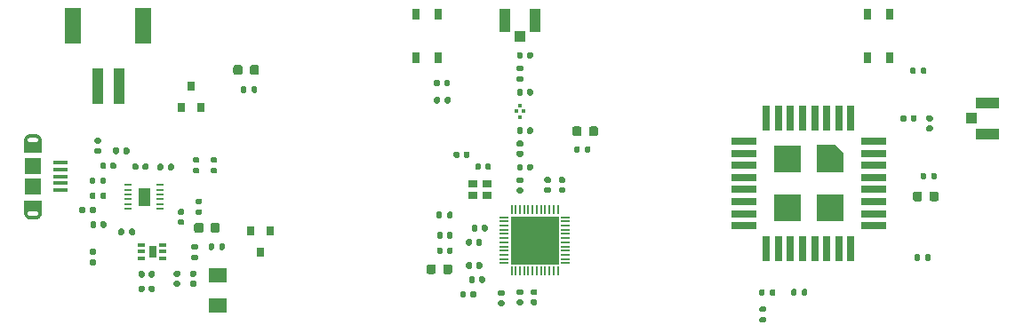
<source format=gtp>
G04 #@! TF.GenerationSoftware,KiCad,Pcbnew,(5.1.8)-1*
G04 #@! TF.CreationDate,2021-03-12T19:43:42-03:00*
G04 #@! TF.ProjectId,Vaccine_Layout_V2,56616363-696e-4655-9f4c-61796f75745f,3.3*
G04 #@! TF.SameCoordinates,Original*
G04 #@! TF.FileFunction,Paste,Top*
G04 #@! TF.FilePolarity,Positive*
%FSLAX46Y46*%
G04 Gerber Fmt 4.6, Leading zero omitted, Abs format (unit mm)*
G04 Created by KiCad (PCBNEW (5.1.8)-1) date 2021-03-12 19:43:42*
%MOMM*%
%LPD*%
G01*
G04 APERTURE LIST*
%ADD10C,0.152400*%
%ADD11C,0.010000*%
%ADD12C,0.000100*%
%ADD13R,0.804800X0.203200*%
%ADD14R,0.203200X0.804800*%
%ADD15R,4.597400X4.597400*%
%ADD16R,0.750000X2.400000*%
%ADD17R,2.400000X0.750000*%
%ADD18R,2.600000X2.600000*%
%ADD19C,0.100000*%
%ADD20R,0.650000X0.250000*%
%ADD21R,2.200000X1.050000*%
%ADD22R,1.050000X1.000000*%
%ADD23R,1.350000X0.400000*%
%ADD24R,1.550000X1.500000*%
%ADD25R,1.000000X3.500000*%
%ADD26R,1.500000X3.400000*%
%ADD27R,0.450000X0.300000*%
%ADD28R,0.300000X0.450000*%
%ADD29R,0.650000X1.050000*%
%ADD30R,1.050000X2.200000*%
%ADD31R,1.000000X1.050000*%
%ADD32R,1.800000X1.340000*%
%ADD33R,0.800000X0.900000*%
%ADD34R,0.690000X0.320000*%
%ADD35R,0.850000X0.750000*%
G04 APERTURE END LIST*
D10*
G04 #@! TO.C,U2*
X85887300Y-95138767D02*
X87219767Y-95138767D01*
X85887300Y-93806300D02*
X85887300Y-95138767D01*
X87219767Y-93806300D02*
X85887300Y-93806300D01*
X87219767Y-95138767D02*
X87219767Y-93806300D01*
X85887300Y-96671234D02*
X87219767Y-96671234D01*
X85887300Y-95338766D02*
X85887300Y-96671234D01*
X87219767Y-95338766D02*
X85887300Y-95338766D01*
X87219767Y-96671234D02*
X87219767Y-95338766D01*
X85887300Y-98203700D02*
X87219767Y-98203700D01*
X85887300Y-96871233D02*
X85887300Y-98203700D01*
X87219767Y-96871233D02*
X85887300Y-96871233D01*
X87219767Y-98203700D02*
X87219767Y-96871233D01*
X87419766Y-95138767D02*
X88752234Y-95138767D01*
X87419766Y-93806300D02*
X87419766Y-95138767D01*
X88752234Y-93806300D02*
X87419766Y-93806300D01*
X88752234Y-95138767D02*
X88752234Y-93806300D01*
X87419766Y-96671234D02*
X88752234Y-96671234D01*
X87419766Y-95338766D02*
X87419766Y-96671234D01*
X88752234Y-95338766D02*
X87419766Y-95338766D01*
X88752234Y-96671234D02*
X88752234Y-95338766D01*
X87419766Y-98203700D02*
X88752234Y-98203700D01*
X87419766Y-96871233D02*
X87419766Y-98203700D01*
X88752234Y-96871233D02*
X87419766Y-96871233D01*
X88752234Y-98203700D02*
X88752234Y-96871233D01*
X88952233Y-95138767D02*
X90284700Y-95138767D01*
X88952233Y-93806300D02*
X88952233Y-95138767D01*
X90284700Y-93806300D02*
X88952233Y-93806300D01*
X90284700Y-95138767D02*
X90284700Y-93806300D01*
X88952233Y-96671234D02*
X90284700Y-96671234D01*
X88952233Y-95338766D02*
X88952233Y-96671234D01*
X90284700Y-95338766D02*
X88952233Y-95338766D01*
X90284700Y-96671234D02*
X90284700Y-95338766D01*
X88952233Y-98203700D02*
X90284700Y-98203700D01*
X88952233Y-96871233D02*
X88952233Y-98203700D01*
X90284700Y-96871233D02*
X88952233Y-96871233D01*
X90284700Y-98203700D02*
X90284700Y-96871233D01*
D11*
G04 #@! TO.C,U4*
G36*
X51410000Y-92650000D02*
G01*
X50330000Y-92650000D01*
X50330000Y-91070000D01*
X51410000Y-91070000D01*
X51410000Y-92650000D01*
G37*
X51410000Y-92650000D02*
X50330000Y-92650000D01*
X50330000Y-91070000D01*
X51410000Y-91070000D01*
X51410000Y-92650000D01*
D12*
G04 #@! TO.C,CN2*
G36*
X39475000Y-93420000D02*
G01*
X39675000Y-93420000D01*
X39675343Y-93433084D01*
X39676370Y-93446132D01*
X39678078Y-93459109D01*
X39680463Y-93471978D01*
X39683519Y-93484705D01*
X39687236Y-93497254D01*
X39691605Y-93509592D01*
X39696614Y-93521684D01*
X39702248Y-93533498D01*
X39708494Y-93545000D01*
X39715332Y-93556160D01*
X39722746Y-93566946D01*
X39730714Y-93577330D01*
X39739214Y-93587283D01*
X39748223Y-93596777D01*
X39757717Y-93605786D01*
X39767670Y-93614286D01*
X39778054Y-93622254D01*
X39788840Y-93629668D01*
X39800000Y-93636506D01*
X39811502Y-93642752D01*
X39823316Y-93648386D01*
X39835408Y-93653395D01*
X39847746Y-93657764D01*
X39860295Y-93661481D01*
X39873022Y-93664537D01*
X39885891Y-93666922D01*
X39898868Y-93668630D01*
X39911916Y-93669657D01*
X39925000Y-93670000D01*
X40575000Y-93670000D01*
X40588084Y-93669657D01*
X40601132Y-93668630D01*
X40614109Y-93666922D01*
X40626978Y-93664537D01*
X40639705Y-93661481D01*
X40652254Y-93657764D01*
X40664592Y-93653395D01*
X40676684Y-93648386D01*
X40688498Y-93642752D01*
X40700000Y-93636506D01*
X40711160Y-93629668D01*
X40721946Y-93622254D01*
X40732330Y-93614286D01*
X40742283Y-93605786D01*
X40751777Y-93596777D01*
X40760786Y-93587283D01*
X40769286Y-93577330D01*
X40777254Y-93566946D01*
X40784668Y-93556160D01*
X40791506Y-93545000D01*
X40797752Y-93533498D01*
X40803386Y-93521684D01*
X40808395Y-93509592D01*
X40812764Y-93497254D01*
X40816481Y-93484705D01*
X40819537Y-93471978D01*
X40821922Y-93459109D01*
X40823630Y-93446132D01*
X40824657Y-93433084D01*
X40825000Y-93420000D01*
X41025000Y-93420000D01*
X41024315Y-93446168D01*
X41022261Y-93472264D01*
X41018844Y-93498217D01*
X41014074Y-93523956D01*
X41007963Y-93549410D01*
X41000528Y-93574508D01*
X40991790Y-93599184D01*
X40981773Y-93623368D01*
X40970503Y-93646995D01*
X40958013Y-93670000D01*
X40944335Y-93692320D01*
X40929508Y-93713893D01*
X40913573Y-93734660D01*
X40896572Y-93754565D01*
X40878553Y-93773553D01*
X40859565Y-93791572D01*
X40839660Y-93808573D01*
X40818893Y-93824508D01*
X40797320Y-93839335D01*
X40775000Y-93853013D01*
X40751995Y-93865503D01*
X40728368Y-93876773D01*
X40704184Y-93886790D01*
X40679508Y-93895528D01*
X40654410Y-93902963D01*
X40628956Y-93909074D01*
X40603217Y-93913844D01*
X40577264Y-93917261D01*
X40551168Y-93919315D01*
X40525000Y-93920000D01*
X39975000Y-93920000D01*
X39948832Y-93919315D01*
X39922736Y-93917261D01*
X39896783Y-93913844D01*
X39871044Y-93909074D01*
X39845590Y-93902963D01*
X39820492Y-93895528D01*
X39795816Y-93886790D01*
X39771632Y-93876773D01*
X39748005Y-93865503D01*
X39725000Y-93853013D01*
X39702680Y-93839335D01*
X39681107Y-93824508D01*
X39660340Y-93808573D01*
X39640435Y-93791572D01*
X39621447Y-93773553D01*
X39603428Y-93754565D01*
X39586427Y-93734660D01*
X39570492Y-93713893D01*
X39555665Y-93692320D01*
X39541987Y-93670000D01*
X39529497Y-93646995D01*
X39518227Y-93623368D01*
X39508210Y-93599184D01*
X39499472Y-93574508D01*
X39492037Y-93549410D01*
X39485926Y-93523956D01*
X39481156Y-93498217D01*
X39477739Y-93472264D01*
X39475685Y-93446168D01*
X39475000Y-93420000D01*
G37*
X39475000Y-93420000D02*
X39675000Y-93420000D01*
X39675343Y-93433084D01*
X39676370Y-93446132D01*
X39678078Y-93459109D01*
X39680463Y-93471978D01*
X39683519Y-93484705D01*
X39687236Y-93497254D01*
X39691605Y-93509592D01*
X39696614Y-93521684D01*
X39702248Y-93533498D01*
X39708494Y-93545000D01*
X39715332Y-93556160D01*
X39722746Y-93566946D01*
X39730714Y-93577330D01*
X39739214Y-93587283D01*
X39748223Y-93596777D01*
X39757717Y-93605786D01*
X39767670Y-93614286D01*
X39778054Y-93622254D01*
X39788840Y-93629668D01*
X39800000Y-93636506D01*
X39811502Y-93642752D01*
X39823316Y-93648386D01*
X39835408Y-93653395D01*
X39847746Y-93657764D01*
X39860295Y-93661481D01*
X39873022Y-93664537D01*
X39885891Y-93666922D01*
X39898868Y-93668630D01*
X39911916Y-93669657D01*
X39925000Y-93670000D01*
X40575000Y-93670000D01*
X40588084Y-93669657D01*
X40601132Y-93668630D01*
X40614109Y-93666922D01*
X40626978Y-93664537D01*
X40639705Y-93661481D01*
X40652254Y-93657764D01*
X40664592Y-93653395D01*
X40676684Y-93648386D01*
X40688498Y-93642752D01*
X40700000Y-93636506D01*
X40711160Y-93629668D01*
X40721946Y-93622254D01*
X40732330Y-93614286D01*
X40742283Y-93605786D01*
X40751777Y-93596777D01*
X40760786Y-93587283D01*
X40769286Y-93577330D01*
X40777254Y-93566946D01*
X40784668Y-93556160D01*
X40791506Y-93545000D01*
X40797752Y-93533498D01*
X40803386Y-93521684D01*
X40808395Y-93509592D01*
X40812764Y-93497254D01*
X40816481Y-93484705D01*
X40819537Y-93471978D01*
X40821922Y-93459109D01*
X40823630Y-93446132D01*
X40824657Y-93433084D01*
X40825000Y-93420000D01*
X41025000Y-93420000D01*
X41024315Y-93446168D01*
X41022261Y-93472264D01*
X41018844Y-93498217D01*
X41014074Y-93523956D01*
X41007963Y-93549410D01*
X41000528Y-93574508D01*
X40991790Y-93599184D01*
X40981773Y-93623368D01*
X40970503Y-93646995D01*
X40958013Y-93670000D01*
X40944335Y-93692320D01*
X40929508Y-93713893D01*
X40913573Y-93734660D01*
X40896572Y-93754565D01*
X40878553Y-93773553D01*
X40859565Y-93791572D01*
X40839660Y-93808573D01*
X40818893Y-93824508D01*
X40797320Y-93839335D01*
X40775000Y-93853013D01*
X40751995Y-93865503D01*
X40728368Y-93876773D01*
X40704184Y-93886790D01*
X40679508Y-93895528D01*
X40654410Y-93902963D01*
X40628956Y-93909074D01*
X40603217Y-93913844D01*
X40577264Y-93917261D01*
X40551168Y-93919315D01*
X40525000Y-93920000D01*
X39975000Y-93920000D01*
X39948832Y-93919315D01*
X39922736Y-93917261D01*
X39896783Y-93913844D01*
X39871044Y-93909074D01*
X39845590Y-93902963D01*
X39820492Y-93895528D01*
X39795816Y-93886790D01*
X39771632Y-93876773D01*
X39748005Y-93865503D01*
X39725000Y-93853013D01*
X39702680Y-93839335D01*
X39681107Y-93824508D01*
X39660340Y-93808573D01*
X39640435Y-93791572D01*
X39621447Y-93773553D01*
X39603428Y-93754565D01*
X39586427Y-93734660D01*
X39570492Y-93713893D01*
X39555665Y-93692320D01*
X39541987Y-93670000D01*
X39529497Y-93646995D01*
X39518227Y-93623368D01*
X39508210Y-93599184D01*
X39499472Y-93574508D01*
X39492037Y-93549410D01*
X39485926Y-93523956D01*
X39481156Y-93498217D01*
X39477739Y-93472264D01*
X39475685Y-93446168D01*
X39475000Y-93420000D01*
G36*
X39475000Y-93420000D02*
G01*
X39675000Y-93420000D01*
X39675343Y-93406916D01*
X39676370Y-93393868D01*
X39678078Y-93380891D01*
X39680463Y-93368022D01*
X39683519Y-93355295D01*
X39687236Y-93342746D01*
X39691605Y-93330408D01*
X39696614Y-93318316D01*
X39702248Y-93306502D01*
X39708494Y-93295000D01*
X39715332Y-93283840D01*
X39722746Y-93273054D01*
X39730714Y-93262670D01*
X39739214Y-93252717D01*
X39748223Y-93243223D01*
X39757717Y-93234214D01*
X39767670Y-93225714D01*
X39778054Y-93217746D01*
X39788840Y-93210332D01*
X39800000Y-93203494D01*
X39811502Y-93197248D01*
X39823316Y-93191614D01*
X39835408Y-93186605D01*
X39847746Y-93182236D01*
X39860295Y-93178519D01*
X39873022Y-93175463D01*
X39885891Y-93173078D01*
X39898868Y-93171370D01*
X39911916Y-93170343D01*
X39925000Y-93170000D01*
X40575000Y-93170000D01*
X40588084Y-93170343D01*
X40601132Y-93171370D01*
X40614109Y-93173078D01*
X40626978Y-93175463D01*
X40639705Y-93178519D01*
X40652254Y-93182236D01*
X40664592Y-93186605D01*
X40676684Y-93191614D01*
X40688498Y-93197248D01*
X40700000Y-93203494D01*
X40711160Y-93210332D01*
X40721946Y-93217746D01*
X40732330Y-93225714D01*
X40742283Y-93234214D01*
X40751777Y-93243223D01*
X40760786Y-93252717D01*
X40769286Y-93262670D01*
X40777254Y-93273054D01*
X40784668Y-93283840D01*
X40791506Y-93295000D01*
X40797752Y-93306502D01*
X40803386Y-93318316D01*
X40808395Y-93330408D01*
X40812764Y-93342746D01*
X40816481Y-93355295D01*
X40819537Y-93368022D01*
X40821922Y-93380891D01*
X40823630Y-93393868D01*
X40824657Y-93406916D01*
X40825000Y-93420000D01*
X41025000Y-93420000D01*
X41025000Y-92220000D01*
X39475000Y-92220000D01*
X39475000Y-93420000D01*
G37*
X39475000Y-93420000D02*
X39675000Y-93420000D01*
X39675343Y-93406916D01*
X39676370Y-93393868D01*
X39678078Y-93380891D01*
X39680463Y-93368022D01*
X39683519Y-93355295D01*
X39687236Y-93342746D01*
X39691605Y-93330408D01*
X39696614Y-93318316D01*
X39702248Y-93306502D01*
X39708494Y-93295000D01*
X39715332Y-93283840D01*
X39722746Y-93273054D01*
X39730714Y-93262670D01*
X39739214Y-93252717D01*
X39748223Y-93243223D01*
X39757717Y-93234214D01*
X39767670Y-93225714D01*
X39778054Y-93217746D01*
X39788840Y-93210332D01*
X39800000Y-93203494D01*
X39811502Y-93197248D01*
X39823316Y-93191614D01*
X39835408Y-93186605D01*
X39847746Y-93182236D01*
X39860295Y-93178519D01*
X39873022Y-93175463D01*
X39885891Y-93173078D01*
X39898868Y-93171370D01*
X39911916Y-93170343D01*
X39925000Y-93170000D01*
X40575000Y-93170000D01*
X40588084Y-93170343D01*
X40601132Y-93171370D01*
X40614109Y-93173078D01*
X40626978Y-93175463D01*
X40639705Y-93178519D01*
X40652254Y-93182236D01*
X40664592Y-93186605D01*
X40676684Y-93191614D01*
X40688498Y-93197248D01*
X40700000Y-93203494D01*
X40711160Y-93210332D01*
X40721946Y-93217746D01*
X40732330Y-93225714D01*
X40742283Y-93234214D01*
X40751777Y-93243223D01*
X40760786Y-93252717D01*
X40769286Y-93262670D01*
X40777254Y-93273054D01*
X40784668Y-93283840D01*
X40791506Y-93295000D01*
X40797752Y-93306502D01*
X40803386Y-93318316D01*
X40808395Y-93330408D01*
X40812764Y-93342746D01*
X40816481Y-93355295D01*
X40819537Y-93368022D01*
X40821922Y-93380891D01*
X40823630Y-93393868D01*
X40824657Y-93406916D01*
X40825000Y-93420000D01*
X41025000Y-93420000D01*
X41025000Y-92220000D01*
X39475000Y-92220000D01*
X39475000Y-93420000D01*
X39480000Y-93420000D02*
X39650000Y-93420000D01*
G36*
X41025000Y-86420000D02*
G01*
X40825000Y-86420000D01*
X40824657Y-86406916D01*
X40823630Y-86393868D01*
X40821922Y-86380891D01*
X40819537Y-86368022D01*
X40816481Y-86355295D01*
X40812764Y-86342746D01*
X40808395Y-86330408D01*
X40803386Y-86318316D01*
X40797752Y-86306502D01*
X40791506Y-86295000D01*
X40784668Y-86283840D01*
X40777254Y-86273054D01*
X40769286Y-86262670D01*
X40760786Y-86252717D01*
X40751777Y-86243223D01*
X40742283Y-86234214D01*
X40732330Y-86225714D01*
X40721946Y-86217746D01*
X40711160Y-86210332D01*
X40700000Y-86203494D01*
X40688498Y-86197248D01*
X40676684Y-86191614D01*
X40664592Y-86186605D01*
X40652254Y-86182236D01*
X40639705Y-86178519D01*
X40626978Y-86175463D01*
X40614109Y-86173078D01*
X40601132Y-86171370D01*
X40588084Y-86170343D01*
X40575000Y-86170000D01*
X39925000Y-86170000D01*
X39911916Y-86170343D01*
X39898868Y-86171370D01*
X39885891Y-86173078D01*
X39873022Y-86175463D01*
X39860295Y-86178519D01*
X39847746Y-86182236D01*
X39835408Y-86186605D01*
X39823316Y-86191614D01*
X39811502Y-86197248D01*
X39800000Y-86203494D01*
X39788840Y-86210332D01*
X39778054Y-86217746D01*
X39767670Y-86225714D01*
X39757717Y-86234214D01*
X39748223Y-86243223D01*
X39739214Y-86252717D01*
X39730714Y-86262670D01*
X39722746Y-86273054D01*
X39715332Y-86283840D01*
X39708494Y-86295000D01*
X39702248Y-86306502D01*
X39696614Y-86318316D01*
X39691605Y-86330408D01*
X39687236Y-86342746D01*
X39683519Y-86355295D01*
X39680463Y-86368022D01*
X39678078Y-86380891D01*
X39676370Y-86393868D01*
X39675343Y-86406916D01*
X39675000Y-86420000D01*
X39475000Y-86420000D01*
X39475685Y-86393832D01*
X39477739Y-86367736D01*
X39481156Y-86341783D01*
X39485926Y-86316044D01*
X39492037Y-86290590D01*
X39499472Y-86265492D01*
X39508210Y-86240816D01*
X39518227Y-86216632D01*
X39529497Y-86193005D01*
X39541987Y-86170000D01*
X39555665Y-86147680D01*
X39570492Y-86126107D01*
X39586427Y-86105340D01*
X39603428Y-86085435D01*
X39621447Y-86066447D01*
X39640435Y-86048428D01*
X39660340Y-86031427D01*
X39681107Y-86015492D01*
X39702680Y-86000665D01*
X39725000Y-85986987D01*
X39748005Y-85974497D01*
X39771632Y-85963227D01*
X39795816Y-85953210D01*
X39820492Y-85944472D01*
X39845590Y-85937037D01*
X39871044Y-85930926D01*
X39896783Y-85926156D01*
X39922736Y-85922739D01*
X39948832Y-85920685D01*
X39975000Y-85920000D01*
X40525000Y-85920000D01*
X40551168Y-85920685D01*
X40577264Y-85922739D01*
X40603217Y-85926156D01*
X40628956Y-85930926D01*
X40654410Y-85937037D01*
X40679508Y-85944472D01*
X40704184Y-85953210D01*
X40728368Y-85963227D01*
X40751995Y-85974497D01*
X40775000Y-85986987D01*
X40797320Y-86000665D01*
X40818893Y-86015492D01*
X40839660Y-86031427D01*
X40859565Y-86048428D01*
X40878553Y-86066447D01*
X40896572Y-86085435D01*
X40913573Y-86105340D01*
X40929508Y-86126107D01*
X40944335Y-86147680D01*
X40958013Y-86170000D01*
X40970503Y-86193005D01*
X40981773Y-86216632D01*
X40991790Y-86240816D01*
X41000528Y-86265492D01*
X41007963Y-86290590D01*
X41014074Y-86316044D01*
X41018844Y-86341783D01*
X41022261Y-86367736D01*
X41024315Y-86393832D01*
X41025000Y-86420000D01*
G37*
X41025000Y-86420000D02*
X40825000Y-86420000D01*
X40824657Y-86406916D01*
X40823630Y-86393868D01*
X40821922Y-86380891D01*
X40819537Y-86368022D01*
X40816481Y-86355295D01*
X40812764Y-86342746D01*
X40808395Y-86330408D01*
X40803386Y-86318316D01*
X40797752Y-86306502D01*
X40791506Y-86295000D01*
X40784668Y-86283840D01*
X40777254Y-86273054D01*
X40769286Y-86262670D01*
X40760786Y-86252717D01*
X40751777Y-86243223D01*
X40742283Y-86234214D01*
X40732330Y-86225714D01*
X40721946Y-86217746D01*
X40711160Y-86210332D01*
X40700000Y-86203494D01*
X40688498Y-86197248D01*
X40676684Y-86191614D01*
X40664592Y-86186605D01*
X40652254Y-86182236D01*
X40639705Y-86178519D01*
X40626978Y-86175463D01*
X40614109Y-86173078D01*
X40601132Y-86171370D01*
X40588084Y-86170343D01*
X40575000Y-86170000D01*
X39925000Y-86170000D01*
X39911916Y-86170343D01*
X39898868Y-86171370D01*
X39885891Y-86173078D01*
X39873022Y-86175463D01*
X39860295Y-86178519D01*
X39847746Y-86182236D01*
X39835408Y-86186605D01*
X39823316Y-86191614D01*
X39811502Y-86197248D01*
X39800000Y-86203494D01*
X39788840Y-86210332D01*
X39778054Y-86217746D01*
X39767670Y-86225714D01*
X39757717Y-86234214D01*
X39748223Y-86243223D01*
X39739214Y-86252717D01*
X39730714Y-86262670D01*
X39722746Y-86273054D01*
X39715332Y-86283840D01*
X39708494Y-86295000D01*
X39702248Y-86306502D01*
X39696614Y-86318316D01*
X39691605Y-86330408D01*
X39687236Y-86342746D01*
X39683519Y-86355295D01*
X39680463Y-86368022D01*
X39678078Y-86380891D01*
X39676370Y-86393868D01*
X39675343Y-86406916D01*
X39675000Y-86420000D01*
X39475000Y-86420000D01*
X39475685Y-86393832D01*
X39477739Y-86367736D01*
X39481156Y-86341783D01*
X39485926Y-86316044D01*
X39492037Y-86290590D01*
X39499472Y-86265492D01*
X39508210Y-86240816D01*
X39518227Y-86216632D01*
X39529497Y-86193005D01*
X39541987Y-86170000D01*
X39555665Y-86147680D01*
X39570492Y-86126107D01*
X39586427Y-86105340D01*
X39603428Y-86085435D01*
X39621447Y-86066447D01*
X39640435Y-86048428D01*
X39660340Y-86031427D01*
X39681107Y-86015492D01*
X39702680Y-86000665D01*
X39725000Y-85986987D01*
X39748005Y-85974497D01*
X39771632Y-85963227D01*
X39795816Y-85953210D01*
X39820492Y-85944472D01*
X39845590Y-85937037D01*
X39871044Y-85930926D01*
X39896783Y-85926156D01*
X39922736Y-85922739D01*
X39948832Y-85920685D01*
X39975000Y-85920000D01*
X40525000Y-85920000D01*
X40551168Y-85920685D01*
X40577264Y-85922739D01*
X40603217Y-85926156D01*
X40628956Y-85930926D01*
X40654410Y-85937037D01*
X40679508Y-85944472D01*
X40704184Y-85953210D01*
X40728368Y-85963227D01*
X40751995Y-85974497D01*
X40775000Y-85986987D01*
X40797320Y-86000665D01*
X40818893Y-86015492D01*
X40839660Y-86031427D01*
X40859565Y-86048428D01*
X40878553Y-86066447D01*
X40896572Y-86085435D01*
X40913573Y-86105340D01*
X40929508Y-86126107D01*
X40944335Y-86147680D01*
X40958013Y-86170000D01*
X40970503Y-86193005D01*
X40981773Y-86216632D01*
X40991790Y-86240816D01*
X41000528Y-86265492D01*
X41007963Y-86290590D01*
X41014074Y-86316044D01*
X41018844Y-86341783D01*
X41022261Y-86367736D01*
X41024315Y-86393832D01*
X41025000Y-86420000D01*
G36*
X41025000Y-86420000D02*
G01*
X40825000Y-86420000D01*
X40824657Y-86433084D01*
X40823630Y-86446132D01*
X40821922Y-86459109D01*
X40819537Y-86471978D01*
X40816481Y-86484705D01*
X40812764Y-86497254D01*
X40808395Y-86509592D01*
X40803386Y-86521684D01*
X40797752Y-86533498D01*
X40791506Y-86545000D01*
X40784668Y-86556160D01*
X40777254Y-86566946D01*
X40769286Y-86577330D01*
X40760786Y-86587283D01*
X40751777Y-86596777D01*
X40742283Y-86605786D01*
X40732330Y-86614286D01*
X40721946Y-86622254D01*
X40711160Y-86629668D01*
X40700000Y-86636506D01*
X40688498Y-86642752D01*
X40676684Y-86648386D01*
X40664592Y-86653395D01*
X40652254Y-86657764D01*
X40639705Y-86661481D01*
X40626978Y-86664537D01*
X40614109Y-86666922D01*
X40601132Y-86668630D01*
X40588084Y-86669657D01*
X40575000Y-86670000D01*
X39925000Y-86670000D01*
X39911916Y-86669657D01*
X39898868Y-86668630D01*
X39885891Y-86666922D01*
X39873022Y-86664537D01*
X39860295Y-86661481D01*
X39847746Y-86657764D01*
X39835408Y-86653395D01*
X39823316Y-86648386D01*
X39811502Y-86642752D01*
X39800000Y-86636506D01*
X39788840Y-86629668D01*
X39778054Y-86622254D01*
X39767670Y-86614286D01*
X39757717Y-86605786D01*
X39748223Y-86596777D01*
X39739214Y-86587283D01*
X39730714Y-86577330D01*
X39722746Y-86566946D01*
X39715332Y-86556160D01*
X39708494Y-86545000D01*
X39702248Y-86533498D01*
X39696614Y-86521684D01*
X39691605Y-86509592D01*
X39687236Y-86497254D01*
X39683519Y-86484705D01*
X39680463Y-86471978D01*
X39678078Y-86459109D01*
X39676370Y-86446132D01*
X39675343Y-86433084D01*
X39675000Y-86420000D01*
X39475000Y-86420000D01*
X39475000Y-87620000D01*
X41025000Y-87620000D01*
X41025000Y-86420000D01*
G37*
X41025000Y-86420000D02*
X40825000Y-86420000D01*
X40824657Y-86433084D01*
X40823630Y-86446132D01*
X40821922Y-86459109D01*
X40819537Y-86471978D01*
X40816481Y-86484705D01*
X40812764Y-86497254D01*
X40808395Y-86509592D01*
X40803386Y-86521684D01*
X40797752Y-86533498D01*
X40791506Y-86545000D01*
X40784668Y-86556160D01*
X40777254Y-86566946D01*
X40769286Y-86577330D01*
X40760786Y-86587283D01*
X40751777Y-86596777D01*
X40742283Y-86605786D01*
X40732330Y-86614286D01*
X40721946Y-86622254D01*
X40711160Y-86629668D01*
X40700000Y-86636506D01*
X40688498Y-86642752D01*
X40676684Y-86648386D01*
X40664592Y-86653395D01*
X40652254Y-86657764D01*
X40639705Y-86661481D01*
X40626978Y-86664537D01*
X40614109Y-86666922D01*
X40601132Y-86668630D01*
X40588084Y-86669657D01*
X40575000Y-86670000D01*
X39925000Y-86670000D01*
X39911916Y-86669657D01*
X39898868Y-86668630D01*
X39885891Y-86666922D01*
X39873022Y-86664537D01*
X39860295Y-86661481D01*
X39847746Y-86657764D01*
X39835408Y-86653395D01*
X39823316Y-86648386D01*
X39811502Y-86642752D01*
X39800000Y-86636506D01*
X39788840Y-86629668D01*
X39778054Y-86622254D01*
X39767670Y-86614286D01*
X39757717Y-86605786D01*
X39748223Y-86596777D01*
X39739214Y-86587283D01*
X39730714Y-86577330D01*
X39722746Y-86566946D01*
X39715332Y-86556160D01*
X39708494Y-86545000D01*
X39702248Y-86533498D01*
X39696614Y-86521684D01*
X39691605Y-86509592D01*
X39687236Y-86497254D01*
X39683519Y-86484705D01*
X39680463Y-86471978D01*
X39678078Y-86459109D01*
X39676370Y-86446132D01*
X39675343Y-86433084D01*
X39675000Y-86420000D01*
X39475000Y-86420000D01*
X39475000Y-87620000D01*
X41025000Y-87620000D01*
X41025000Y-86420000D01*
X41020000Y-86420000D02*
X40850000Y-86420000D01*
D11*
G04 #@! TO.C,U3*
G36*
X51976000Y-97596000D02*
G01*
X51344000Y-97596000D01*
X51344000Y-96584000D01*
X51976000Y-96584000D01*
X51976000Y-97596000D01*
G37*
X51976000Y-97596000D02*
X51344000Y-97596000D01*
X51344000Y-96584000D01*
X51976000Y-96584000D01*
X51976000Y-97596000D01*
G04 #@! TD*
D13*
G04 #@! TO.C,U2*
X91011000Y-98205001D03*
X91011000Y-97804999D03*
X91011000Y-97405000D03*
X91011000Y-97005001D03*
X91011000Y-96604999D03*
X91011000Y-96205000D03*
X91011000Y-95805000D03*
X91011000Y-95405001D03*
X91011000Y-95004999D03*
X91011000Y-94605000D03*
X91011000Y-94205001D03*
X91011000Y-93804999D03*
D14*
X90286001Y-93080000D03*
X89885999Y-93080000D03*
X89486000Y-93080000D03*
X89086001Y-93080000D03*
X88685999Y-93080000D03*
X88286000Y-93080000D03*
X87886000Y-93080000D03*
X87486001Y-93080000D03*
X87085999Y-93080000D03*
X86686000Y-93080000D03*
X86286001Y-93080000D03*
X85885999Y-93080000D03*
D13*
X85161000Y-93804999D03*
X85161000Y-94205001D03*
X85161000Y-94605000D03*
X85161000Y-95004999D03*
X85161000Y-95405001D03*
X85161000Y-95805000D03*
X85161000Y-96205000D03*
X85161000Y-96604999D03*
X85161000Y-97005001D03*
X85161000Y-97405000D03*
X85161000Y-97804999D03*
X85161000Y-98205001D03*
D14*
X85885999Y-98930000D03*
X86286001Y-98930000D03*
X86686000Y-98930000D03*
X87085999Y-98930000D03*
X87486001Y-98930000D03*
X87886000Y-98930000D03*
X88286000Y-98930000D03*
X88685999Y-98930000D03*
X89086001Y-98930000D03*
X89486000Y-98930000D03*
X89885999Y-98930000D03*
X90286001Y-98930000D03*
D15*
X88086000Y-96005000D03*
G04 #@! TD*
G04 #@! TO.C,C17*
G36*
G01*
X78490000Y-81190000D02*
X78490000Y-80850000D01*
G75*
G02*
X78630000Y-80710000I140000J0D01*
G01*
X78910000Y-80710000D01*
G75*
G02*
X79050000Y-80850000I0J-140000D01*
G01*
X79050000Y-81190000D01*
G75*
G02*
X78910000Y-81330000I-140000J0D01*
G01*
X78630000Y-81330000D01*
G75*
G02*
X78490000Y-81190000I0J140000D01*
G01*
G37*
G36*
G01*
X79450000Y-81190000D02*
X79450000Y-80850000D01*
G75*
G02*
X79590000Y-80710000I140000J0D01*
G01*
X79870000Y-80710000D01*
G75*
G02*
X80010000Y-80850000I0J-140000D01*
G01*
X80010000Y-81190000D01*
G75*
G02*
X79870000Y-81330000I-140000J0D01*
G01*
X79590000Y-81330000D01*
G75*
G02*
X79450000Y-81190000I0J140000D01*
G01*
G37*
G04 #@! TD*
D16*
G04 #@! TO.C,U1*
X118205000Y-84390000D03*
X117055000Y-84390000D03*
X115905000Y-84390000D03*
X114755000Y-84390000D03*
X113605000Y-84390000D03*
X112455000Y-84390000D03*
X111305000Y-84390000D03*
X110155000Y-84390000D03*
D17*
X107980000Y-86565000D03*
X107980000Y-87715000D03*
X107980000Y-88865000D03*
X107980000Y-90015000D03*
X107980000Y-91165000D03*
X107980000Y-92315000D03*
X107980000Y-93465000D03*
X107980000Y-94615000D03*
D16*
X110155000Y-96790000D03*
X111305000Y-96790000D03*
X112455000Y-96790000D03*
X113605000Y-96790000D03*
X114755000Y-96790000D03*
X115905000Y-96790000D03*
X117055000Y-96790000D03*
X118205000Y-96790000D03*
D17*
X120380000Y-94615000D03*
X120380000Y-93465000D03*
X120380000Y-92315000D03*
X120380000Y-91165000D03*
X120380000Y-90015000D03*
X120380000Y-88865000D03*
X120380000Y-87715000D03*
X120380000Y-86565000D03*
D18*
X116230000Y-92940000D03*
X112130000Y-88240000D03*
X112130000Y-92940000D03*
D19*
G36*
X114930000Y-89540000D02*
G01*
X114930000Y-86940000D01*
X116730000Y-86940000D01*
X117530000Y-87740000D01*
X117530000Y-89540000D01*
X114930000Y-89540000D01*
G37*
G04 #@! TD*
G04 #@! TO.C,C31*
G36*
G01*
X54570000Y-93600000D02*
X54230000Y-93600000D01*
G75*
G02*
X54090000Y-93460000I0J140000D01*
G01*
X54090000Y-93180000D01*
G75*
G02*
X54230000Y-93040000I140000J0D01*
G01*
X54570000Y-93040000D01*
G75*
G02*
X54710000Y-93180000I0J-140000D01*
G01*
X54710000Y-93460000D01*
G75*
G02*
X54570000Y-93600000I-140000J0D01*
G01*
G37*
G36*
G01*
X54570000Y-94560000D02*
X54230000Y-94560000D01*
G75*
G02*
X54090000Y-94420000I0J140000D01*
G01*
X54090000Y-94140000D01*
G75*
G02*
X54230000Y-94000000I140000J0D01*
G01*
X54570000Y-94000000D01*
G75*
G02*
X54710000Y-94140000I0J-140000D01*
G01*
X54710000Y-94420000D01*
G75*
G02*
X54570000Y-94560000I-140000J0D01*
G01*
G37*
G04 #@! TD*
G04 #@! TO.C,R30*
G36*
G01*
X55905000Y-92030000D02*
X56275000Y-92030000D01*
G75*
G02*
X56410000Y-92165000I0J-135000D01*
G01*
X56410000Y-92435000D01*
G75*
G02*
X56275000Y-92570000I-135000J0D01*
G01*
X55905000Y-92570000D01*
G75*
G02*
X55770000Y-92435000I0J135000D01*
G01*
X55770000Y-92165000D01*
G75*
G02*
X55905000Y-92030000I135000J0D01*
G01*
G37*
G36*
G01*
X55905000Y-93050000D02*
X56275000Y-93050000D01*
G75*
G02*
X56410000Y-93185000I0J-135000D01*
G01*
X56410000Y-93455000D01*
G75*
G02*
X56275000Y-93590000I-135000J0D01*
G01*
X55905000Y-93590000D01*
G75*
G02*
X55770000Y-93455000I0J135000D01*
G01*
X55770000Y-93185000D01*
G75*
G02*
X55905000Y-93050000I135000J0D01*
G01*
G37*
G04 #@! TD*
D20*
G04 #@! TO.C,U4*
X52420000Y-92985000D03*
X52420000Y-92535000D03*
X52420000Y-92085000D03*
X52420000Y-91635000D03*
X52420000Y-91185000D03*
X52420000Y-90735000D03*
X49320000Y-90735000D03*
X49320000Y-91185000D03*
X49320000Y-91635000D03*
X49320000Y-92085000D03*
X49320000Y-92535000D03*
X49320000Y-92985000D03*
G04 #@! TD*
G04 #@! TO.C,L1*
G36*
G01*
X123895000Y-84562500D02*
X123895000Y-84217500D01*
G75*
G02*
X124042500Y-84070000I147500J0D01*
G01*
X124337500Y-84070000D01*
G75*
G02*
X124485000Y-84217500I0J-147500D01*
G01*
X124485000Y-84562500D01*
G75*
G02*
X124337500Y-84710000I-147500J0D01*
G01*
X124042500Y-84710000D01*
G75*
G02*
X123895000Y-84562500I0J147500D01*
G01*
G37*
G36*
G01*
X122925000Y-84562500D02*
X122925000Y-84217500D01*
G75*
G02*
X123072500Y-84070000I147500J0D01*
G01*
X123367500Y-84070000D01*
G75*
G02*
X123515000Y-84217500I0J-147500D01*
G01*
X123515000Y-84562500D01*
G75*
G02*
X123367500Y-84710000I-147500J0D01*
G01*
X123072500Y-84710000D01*
G75*
G02*
X122925000Y-84562500I0J147500D01*
G01*
G37*
G04 #@! TD*
D21*
G04 #@! TO.C,CN1*
X131205000Y-82915000D03*
X131205000Y-85865000D03*
D22*
X129680000Y-84390000D03*
G04 #@! TD*
G04 #@! TO.C,C13*
G36*
G01*
X125535000Y-84110000D02*
X125875000Y-84110000D01*
G75*
G02*
X126015000Y-84250000I0J-140000D01*
G01*
X126015000Y-84530000D01*
G75*
G02*
X125875000Y-84670000I-140000J0D01*
G01*
X125535000Y-84670000D01*
G75*
G02*
X125395000Y-84530000I0J140000D01*
G01*
X125395000Y-84250000D01*
G75*
G02*
X125535000Y-84110000I140000J0D01*
G01*
G37*
G36*
G01*
X125535000Y-85070000D02*
X125875000Y-85070000D01*
G75*
G02*
X126015000Y-85210000I0J-140000D01*
G01*
X126015000Y-85490000D01*
G75*
G02*
X125875000Y-85630000I-140000J0D01*
G01*
X125535000Y-85630000D01*
G75*
G02*
X125395000Y-85490000I0J140000D01*
G01*
X125395000Y-85210000D01*
G75*
G02*
X125535000Y-85070000I140000J0D01*
G01*
G37*
G04 #@! TD*
G04 #@! TO.C,C1*
G36*
G01*
X46300000Y-86240000D02*
X46640000Y-86240000D01*
G75*
G02*
X46780000Y-86380000I0J-140000D01*
G01*
X46780000Y-86660000D01*
G75*
G02*
X46640000Y-86800000I-140000J0D01*
G01*
X46300000Y-86800000D01*
G75*
G02*
X46160000Y-86660000I0J140000D01*
G01*
X46160000Y-86380000D01*
G75*
G02*
X46300000Y-86240000I140000J0D01*
G01*
G37*
G36*
G01*
X46300000Y-87200000D02*
X46640000Y-87200000D01*
G75*
G02*
X46780000Y-87340000I0J-140000D01*
G01*
X46780000Y-87620000D01*
G75*
G02*
X46640000Y-87760000I-140000J0D01*
G01*
X46300000Y-87760000D01*
G75*
G02*
X46160000Y-87620000I0J140000D01*
G01*
X46160000Y-87340000D01*
G75*
G02*
X46300000Y-87200000I140000J0D01*
G01*
G37*
G04 #@! TD*
G04 #@! TO.C,C4*
G36*
G01*
X53840000Y-98920000D02*
X54180000Y-98920000D01*
G75*
G02*
X54320000Y-99060000I0J-140000D01*
G01*
X54320000Y-99340000D01*
G75*
G02*
X54180000Y-99480000I-140000J0D01*
G01*
X53840000Y-99480000D01*
G75*
G02*
X53700000Y-99340000I0J140000D01*
G01*
X53700000Y-99060000D01*
G75*
G02*
X53840000Y-98920000I140000J0D01*
G01*
G37*
G36*
G01*
X53840000Y-99880000D02*
X54180000Y-99880000D01*
G75*
G02*
X54320000Y-100020000I0J-140000D01*
G01*
X54320000Y-100300000D01*
G75*
G02*
X54180000Y-100440000I-140000J0D01*
G01*
X53840000Y-100440000D01*
G75*
G02*
X53700000Y-100300000I0J140000D01*
G01*
X53700000Y-100020000D01*
G75*
G02*
X53840000Y-99880000I140000J0D01*
G01*
G37*
G04 #@! TD*
G04 #@! TO.C,C5*
G36*
G01*
X55390000Y-99880000D02*
X55730000Y-99880000D01*
G75*
G02*
X55870000Y-100020000I0J-140000D01*
G01*
X55870000Y-100300000D01*
G75*
G02*
X55730000Y-100440000I-140000J0D01*
G01*
X55390000Y-100440000D01*
G75*
G02*
X55250000Y-100300000I0J140000D01*
G01*
X55250000Y-100020000D01*
G75*
G02*
X55390000Y-99880000I140000J0D01*
G01*
G37*
G36*
G01*
X55390000Y-98920000D02*
X55730000Y-98920000D01*
G75*
G02*
X55870000Y-99060000I0J-140000D01*
G01*
X55870000Y-99340000D01*
G75*
G02*
X55730000Y-99480000I-140000J0D01*
G01*
X55390000Y-99480000D01*
G75*
G02*
X55250000Y-99340000I0J140000D01*
G01*
X55250000Y-99060000D01*
G75*
G02*
X55390000Y-98920000I140000J0D01*
G01*
G37*
G04 #@! TD*
G04 #@! TO.C,C10*
G36*
G01*
X86850000Y-91540000D02*
X86510000Y-91540000D01*
G75*
G02*
X86370000Y-91400000I0J140000D01*
G01*
X86370000Y-91120000D01*
G75*
G02*
X86510000Y-90980000I140000J0D01*
G01*
X86850000Y-90980000D01*
G75*
G02*
X86990000Y-91120000I0J-140000D01*
G01*
X86990000Y-91400000D01*
G75*
G02*
X86850000Y-91540000I-140000J0D01*
G01*
G37*
G36*
G01*
X86850000Y-90580000D02*
X86510000Y-90580000D01*
G75*
G02*
X86370000Y-90440000I0J140000D01*
G01*
X86370000Y-90160000D01*
G75*
G02*
X86510000Y-90020000I140000J0D01*
G01*
X86850000Y-90020000D01*
G75*
G02*
X86990000Y-90160000I0J-140000D01*
G01*
X86990000Y-90440000D01*
G75*
G02*
X86850000Y-90580000I-140000J0D01*
G01*
G37*
G04 #@! TD*
G04 #@! TO.C,C11*
G36*
G01*
X86960000Y-88880000D02*
X86960000Y-89220000D01*
G75*
G02*
X86820000Y-89360000I-140000J0D01*
G01*
X86540000Y-89360000D01*
G75*
G02*
X86400000Y-89220000I0J140000D01*
G01*
X86400000Y-88880000D01*
G75*
G02*
X86540000Y-88740000I140000J0D01*
G01*
X86820000Y-88740000D01*
G75*
G02*
X86960000Y-88880000I0J-140000D01*
G01*
G37*
G36*
G01*
X87920000Y-88880000D02*
X87920000Y-89220000D01*
G75*
G02*
X87780000Y-89360000I-140000J0D01*
G01*
X87500000Y-89360000D01*
G75*
G02*
X87360000Y-89220000I0J140000D01*
G01*
X87360000Y-88880000D01*
G75*
G02*
X87500000Y-88740000I140000J0D01*
G01*
X87780000Y-88740000D01*
G75*
G02*
X87920000Y-88880000I0J-140000D01*
G01*
G37*
G04 #@! TD*
G04 #@! TO.C,C14*
G36*
G01*
X87920000Y-85380000D02*
X87920000Y-85720000D01*
G75*
G02*
X87780000Y-85860000I-140000J0D01*
G01*
X87500000Y-85860000D01*
G75*
G02*
X87360000Y-85720000I0J140000D01*
G01*
X87360000Y-85380000D01*
G75*
G02*
X87500000Y-85240000I140000J0D01*
G01*
X87780000Y-85240000D01*
G75*
G02*
X87920000Y-85380000I0J-140000D01*
G01*
G37*
G36*
G01*
X86960000Y-85380000D02*
X86960000Y-85720000D01*
G75*
G02*
X86820000Y-85860000I-140000J0D01*
G01*
X86540000Y-85860000D01*
G75*
G02*
X86400000Y-85720000I0J140000D01*
G01*
X86400000Y-85380000D01*
G75*
G02*
X86540000Y-85240000I140000J0D01*
G01*
X86820000Y-85240000D01*
G75*
G02*
X86960000Y-85380000I0J-140000D01*
G01*
G37*
G04 #@! TD*
G04 #@! TO.C,C15*
G36*
G01*
X80290000Y-95360000D02*
X80290000Y-95700000D01*
G75*
G02*
X80150000Y-95840000I-140000J0D01*
G01*
X79870000Y-95840000D01*
G75*
G02*
X79730000Y-95700000I0J140000D01*
G01*
X79730000Y-95360000D01*
G75*
G02*
X79870000Y-95220000I140000J0D01*
G01*
X80150000Y-95220000D01*
G75*
G02*
X80290000Y-95360000I0J-140000D01*
G01*
G37*
G36*
G01*
X79330000Y-95360000D02*
X79330000Y-95700000D01*
G75*
G02*
X79190000Y-95840000I-140000J0D01*
G01*
X78910000Y-95840000D01*
G75*
G02*
X78770000Y-95700000I0J140000D01*
G01*
X78770000Y-95360000D01*
G75*
G02*
X78910000Y-95220000I140000J0D01*
G01*
X79190000Y-95220000D01*
G75*
G02*
X79330000Y-95360000I0J-140000D01*
G01*
G37*
G04 #@! TD*
G04 #@! TO.C,C16*
G36*
G01*
X79330000Y-96840000D02*
X79330000Y-97180000D01*
G75*
G02*
X79190000Y-97320000I-140000J0D01*
G01*
X78910000Y-97320000D01*
G75*
G02*
X78770000Y-97180000I0J140000D01*
G01*
X78770000Y-96840000D01*
G75*
G02*
X78910000Y-96700000I140000J0D01*
G01*
X79190000Y-96700000D01*
G75*
G02*
X79330000Y-96840000I0J-140000D01*
G01*
G37*
G36*
G01*
X80290000Y-96840000D02*
X80290000Y-97180000D01*
G75*
G02*
X80150000Y-97320000I-140000J0D01*
G01*
X79870000Y-97320000D01*
G75*
G02*
X79730000Y-97180000I0J140000D01*
G01*
X79730000Y-96840000D01*
G75*
G02*
X79870000Y-96700000I140000J0D01*
G01*
X80150000Y-96700000D01*
G75*
G02*
X80290000Y-96840000I0J-140000D01*
G01*
G37*
G04 #@! TD*
G04 #@! TO.C,C18*
G36*
G01*
X86960000Y-81730000D02*
X86960000Y-82070000D01*
G75*
G02*
X86820000Y-82210000I-140000J0D01*
G01*
X86540000Y-82210000D01*
G75*
G02*
X86400000Y-82070000I0J140000D01*
G01*
X86400000Y-81730000D01*
G75*
G02*
X86540000Y-81590000I140000J0D01*
G01*
X86820000Y-81590000D01*
G75*
G02*
X86960000Y-81730000I0J-140000D01*
G01*
G37*
G36*
G01*
X87920000Y-81730000D02*
X87920000Y-82070000D01*
G75*
G02*
X87780000Y-82210000I-140000J0D01*
G01*
X87500000Y-82210000D01*
G75*
G02*
X87360000Y-82070000I0J140000D01*
G01*
X87360000Y-81730000D01*
G75*
G02*
X87500000Y-81590000I140000J0D01*
G01*
X87780000Y-81590000D01*
G75*
G02*
X87920000Y-81730000I0J-140000D01*
G01*
G37*
G04 #@! TD*
G04 #@! TO.C,C19*
G36*
G01*
X81540000Y-101000000D02*
X81540000Y-101340000D01*
G75*
G02*
X81400000Y-101480000I-140000J0D01*
G01*
X81120000Y-101480000D01*
G75*
G02*
X80980000Y-101340000I0J140000D01*
G01*
X80980000Y-101000000D01*
G75*
G02*
X81120000Y-100860000I140000J0D01*
G01*
X81400000Y-100860000D01*
G75*
G02*
X81540000Y-101000000I0J-140000D01*
G01*
G37*
G36*
G01*
X82500000Y-101000000D02*
X82500000Y-101340000D01*
G75*
G02*
X82360000Y-101480000I-140000J0D01*
G01*
X82080000Y-101480000D01*
G75*
G02*
X81940000Y-101340000I0J140000D01*
G01*
X81940000Y-101000000D01*
G75*
G02*
X82080000Y-100860000I140000J0D01*
G01*
X82360000Y-100860000D01*
G75*
G02*
X82500000Y-101000000I0J-140000D01*
G01*
G37*
G04 #@! TD*
G04 #@! TO.C,C20*
G36*
G01*
X86516000Y-100680000D02*
X86856000Y-100680000D01*
G75*
G02*
X86996000Y-100820000I0J-140000D01*
G01*
X86996000Y-101100000D01*
G75*
G02*
X86856000Y-101240000I-140000J0D01*
G01*
X86516000Y-101240000D01*
G75*
G02*
X86376000Y-101100000I0J140000D01*
G01*
X86376000Y-100820000D01*
G75*
G02*
X86516000Y-100680000I140000J0D01*
G01*
G37*
G36*
G01*
X86516000Y-101640000D02*
X86856000Y-101640000D01*
G75*
G02*
X86996000Y-101780000I0J-140000D01*
G01*
X86996000Y-102060000D01*
G75*
G02*
X86856000Y-102200000I-140000J0D01*
G01*
X86516000Y-102200000D01*
G75*
G02*
X86376000Y-102060000I0J140000D01*
G01*
X86376000Y-101780000D01*
G75*
G02*
X86516000Y-101640000I140000J0D01*
G01*
G37*
G04 #@! TD*
G04 #@! TO.C,C21*
G36*
G01*
X83340000Y-99590000D02*
X83340000Y-99930000D01*
G75*
G02*
X83200000Y-100070000I-140000J0D01*
G01*
X82920000Y-100070000D01*
G75*
G02*
X82780000Y-99930000I0J140000D01*
G01*
X82780000Y-99590000D01*
G75*
G02*
X82920000Y-99450000I140000J0D01*
G01*
X83200000Y-99450000D01*
G75*
G02*
X83340000Y-99590000I0J-140000D01*
G01*
G37*
G36*
G01*
X82380000Y-99590000D02*
X82380000Y-99930000D01*
G75*
G02*
X82240000Y-100070000I-140000J0D01*
G01*
X81960000Y-100070000D01*
G75*
G02*
X81820000Y-99930000I0J140000D01*
G01*
X81820000Y-99590000D01*
G75*
G02*
X81960000Y-99450000I140000J0D01*
G01*
X82240000Y-99450000D01*
G75*
G02*
X82380000Y-99590000I0J-140000D01*
G01*
G37*
G04 #@! TD*
G04 #@! TO.C,C22*
G36*
G01*
X86960000Y-78210000D02*
X86960000Y-78550000D01*
G75*
G02*
X86820000Y-78690000I-140000J0D01*
G01*
X86540000Y-78690000D01*
G75*
G02*
X86400000Y-78550000I0J140000D01*
G01*
X86400000Y-78210000D01*
G75*
G02*
X86540000Y-78070000I140000J0D01*
G01*
X86820000Y-78070000D01*
G75*
G02*
X86960000Y-78210000I0J-140000D01*
G01*
G37*
G36*
G01*
X87920000Y-78210000D02*
X87920000Y-78550000D01*
G75*
G02*
X87780000Y-78690000I-140000J0D01*
G01*
X87500000Y-78690000D01*
G75*
G02*
X87360000Y-78550000I0J140000D01*
G01*
X87360000Y-78210000D01*
G75*
G02*
X87500000Y-78070000I140000J0D01*
G01*
X87780000Y-78070000D01*
G75*
G02*
X87920000Y-78210000I0J-140000D01*
G01*
G37*
G04 #@! TD*
G04 #@! TO.C,C23*
G36*
G01*
X90860000Y-90540000D02*
X90520000Y-90540000D01*
G75*
G02*
X90380000Y-90400000I0J140000D01*
G01*
X90380000Y-90120000D01*
G75*
G02*
X90520000Y-89980000I140000J0D01*
G01*
X90860000Y-89980000D01*
G75*
G02*
X91000000Y-90120000I0J-140000D01*
G01*
X91000000Y-90400000D01*
G75*
G02*
X90860000Y-90540000I-140000J0D01*
G01*
G37*
G36*
G01*
X90860000Y-91500000D02*
X90520000Y-91500000D01*
G75*
G02*
X90380000Y-91360000I0J140000D01*
G01*
X90380000Y-91080000D01*
G75*
G02*
X90520000Y-90940000I140000J0D01*
G01*
X90860000Y-90940000D01*
G75*
G02*
X91000000Y-91080000I0J-140000D01*
G01*
X91000000Y-91360000D01*
G75*
G02*
X90860000Y-91500000I-140000J0D01*
G01*
G37*
G04 #@! TD*
G04 #@! TO.C,C24*
G36*
G01*
X80930000Y-87680000D02*
X80930000Y-88020000D01*
G75*
G02*
X80790000Y-88160000I-140000J0D01*
G01*
X80510000Y-88160000D01*
G75*
G02*
X80370000Y-88020000I0J140000D01*
G01*
X80370000Y-87680000D01*
G75*
G02*
X80510000Y-87540000I140000J0D01*
G01*
X80790000Y-87540000D01*
G75*
G02*
X80930000Y-87680000I0J-140000D01*
G01*
G37*
G36*
G01*
X81890000Y-87680000D02*
X81890000Y-88020000D01*
G75*
G02*
X81750000Y-88160000I-140000J0D01*
G01*
X81470000Y-88160000D01*
G75*
G02*
X81330000Y-88020000I0J140000D01*
G01*
X81330000Y-87680000D01*
G75*
G02*
X81470000Y-87540000I140000J0D01*
G01*
X81750000Y-87540000D01*
G75*
G02*
X81890000Y-87680000I0J-140000D01*
G01*
G37*
G04 #@! TD*
G04 #@! TO.C,C25*
G36*
G01*
X89490000Y-91500000D02*
X89150000Y-91500000D01*
G75*
G02*
X89010000Y-91360000I0J140000D01*
G01*
X89010000Y-91080000D01*
G75*
G02*
X89150000Y-90940000I140000J0D01*
G01*
X89490000Y-90940000D01*
G75*
G02*
X89630000Y-91080000I0J-140000D01*
G01*
X89630000Y-91360000D01*
G75*
G02*
X89490000Y-91500000I-140000J0D01*
G01*
G37*
G36*
G01*
X89490000Y-90540000D02*
X89150000Y-90540000D01*
G75*
G02*
X89010000Y-90400000I0J140000D01*
G01*
X89010000Y-90120000D01*
G75*
G02*
X89150000Y-89980000I140000J0D01*
G01*
X89490000Y-89980000D01*
G75*
G02*
X89630000Y-90120000I0J-140000D01*
G01*
X89630000Y-90400000D01*
G75*
G02*
X89490000Y-90540000I-140000J0D01*
G01*
G37*
G04 #@! TD*
G04 #@! TO.C,C26*
G36*
G01*
X83930000Y-88830000D02*
X83930000Y-89170000D01*
G75*
G02*
X83790000Y-89310000I-140000J0D01*
G01*
X83510000Y-89310000D01*
G75*
G02*
X83370000Y-89170000I0J140000D01*
G01*
X83370000Y-88830000D01*
G75*
G02*
X83510000Y-88690000I140000J0D01*
G01*
X83790000Y-88690000D01*
G75*
G02*
X83930000Y-88830000I0J-140000D01*
G01*
G37*
G36*
G01*
X82970000Y-88830000D02*
X82970000Y-89170000D01*
G75*
G02*
X82830000Y-89310000I-140000J0D01*
G01*
X82550000Y-89310000D01*
G75*
G02*
X82410000Y-89170000I0J140000D01*
G01*
X82410000Y-88830000D01*
G75*
G02*
X82550000Y-88690000I140000J0D01*
G01*
X82830000Y-88690000D01*
G75*
G02*
X82970000Y-88830000I0J-140000D01*
G01*
G37*
G04 #@! TD*
G04 #@! TO.C,C27*
G36*
G01*
X84730000Y-101730000D02*
X85070000Y-101730000D01*
G75*
G02*
X85210000Y-101870000I0J-140000D01*
G01*
X85210000Y-102150000D01*
G75*
G02*
X85070000Y-102290000I-140000J0D01*
G01*
X84730000Y-102290000D01*
G75*
G02*
X84590000Y-102150000I0J140000D01*
G01*
X84590000Y-101870000D01*
G75*
G02*
X84730000Y-101730000I140000J0D01*
G01*
G37*
G36*
G01*
X84730000Y-100770000D02*
X85070000Y-100770000D01*
G75*
G02*
X85210000Y-100910000I0J-140000D01*
G01*
X85210000Y-101190000D01*
G75*
G02*
X85070000Y-101330000I-140000J0D01*
G01*
X84730000Y-101330000D01*
G75*
G02*
X84590000Y-101190000I0J140000D01*
G01*
X84590000Y-100910000D01*
G75*
G02*
X84730000Y-100770000I140000J0D01*
G01*
G37*
G04 #@! TD*
G04 #@! TO.C,C28*
G36*
G01*
X82520000Y-96375000D02*
X82520000Y-96035000D01*
G75*
G02*
X82660000Y-95895000I140000J0D01*
G01*
X82940000Y-95895000D01*
G75*
G02*
X83080000Y-96035000I0J-140000D01*
G01*
X83080000Y-96375000D01*
G75*
G02*
X82940000Y-96515000I-140000J0D01*
G01*
X82660000Y-96515000D01*
G75*
G02*
X82520000Y-96375000I0J140000D01*
G01*
G37*
G36*
G01*
X81560000Y-96375000D02*
X81560000Y-96035000D01*
G75*
G02*
X81700000Y-95895000I140000J0D01*
G01*
X81980000Y-95895000D01*
G75*
G02*
X82120000Y-96035000I0J-140000D01*
G01*
X82120000Y-96375000D01*
G75*
G02*
X81980000Y-96515000I-140000J0D01*
G01*
X81700000Y-96515000D01*
G75*
G02*
X81560000Y-96375000I0J140000D01*
G01*
G37*
G04 #@! TD*
G04 #@! TO.C,C29*
G36*
G01*
X83610000Y-94680000D02*
X83610000Y-95020000D01*
G75*
G02*
X83470000Y-95160000I-140000J0D01*
G01*
X83190000Y-95160000D01*
G75*
G02*
X83050000Y-95020000I0J140000D01*
G01*
X83050000Y-94680000D01*
G75*
G02*
X83190000Y-94540000I140000J0D01*
G01*
X83470000Y-94540000D01*
G75*
G02*
X83610000Y-94680000I0J-140000D01*
G01*
G37*
G36*
G01*
X82650000Y-94680000D02*
X82650000Y-95020000D01*
G75*
G02*
X82510000Y-95160000I-140000J0D01*
G01*
X82230000Y-95160000D01*
G75*
G02*
X82090000Y-95020000I0J140000D01*
G01*
X82090000Y-94680000D01*
G75*
G02*
X82230000Y-94540000I140000J0D01*
G01*
X82510000Y-94540000D01*
G75*
G02*
X82650000Y-94680000I0J-140000D01*
G01*
G37*
G04 #@! TD*
G04 #@! TO.C,C30*
G36*
G01*
X88190000Y-101240000D02*
X87850000Y-101240000D01*
G75*
G02*
X87710000Y-101100000I0J140000D01*
G01*
X87710000Y-100820000D01*
G75*
G02*
X87850000Y-100680000I140000J0D01*
G01*
X88190000Y-100680000D01*
G75*
G02*
X88330000Y-100820000I0J-140000D01*
G01*
X88330000Y-101100000D01*
G75*
G02*
X88190000Y-101240000I-140000J0D01*
G01*
G37*
G36*
G01*
X88190000Y-102200000D02*
X87850000Y-102200000D01*
G75*
G02*
X87710000Y-102060000I0J140000D01*
G01*
X87710000Y-101780000D01*
G75*
G02*
X87850000Y-101640000I140000J0D01*
G01*
X88190000Y-101640000D01*
G75*
G02*
X88330000Y-101780000I0J-140000D01*
G01*
X88330000Y-102060000D01*
G75*
G02*
X88190000Y-102200000I-140000J0D01*
G01*
G37*
G04 #@! TD*
D23*
G04 #@! TO.C,CN2*
X42950000Y-88620000D03*
X42950000Y-89270000D03*
X42950000Y-89920000D03*
X42950000Y-90570000D03*
X42950000Y-91220000D03*
D24*
X40250000Y-88920000D03*
X40250000Y-90920000D03*
G04 #@! TD*
D25*
G04 #@! TO.C,CN3*
X46460000Y-81310000D03*
X48460000Y-81310000D03*
D26*
X44110000Y-75560000D03*
X50810000Y-75560000D03*
G04 #@! TD*
G04 #@! TO.C,D3*
G36*
G01*
X92550000Y-85363750D02*
X92550000Y-85876250D01*
G75*
G02*
X92331250Y-86095000I-218750J0D01*
G01*
X91893750Y-86095000D01*
G75*
G02*
X91675000Y-85876250I0J218750D01*
G01*
X91675000Y-85363750D01*
G75*
G02*
X91893750Y-85145000I218750J0D01*
G01*
X92331250Y-85145000D01*
G75*
G02*
X92550000Y-85363750I0J-218750D01*
G01*
G37*
G36*
G01*
X94125000Y-85363750D02*
X94125000Y-85876250D01*
G75*
G02*
X93906250Y-86095000I-218750J0D01*
G01*
X93468750Y-86095000D01*
G75*
G02*
X93250000Y-85876250I0J218750D01*
G01*
X93250000Y-85363750D01*
G75*
G02*
X93468750Y-85145000I218750J0D01*
G01*
X93906250Y-85145000D01*
G75*
G02*
X94125000Y-85363750I0J-218750D01*
G01*
G37*
G04 #@! TD*
G04 #@! TO.C,D4*
G36*
G01*
X124115000Y-92086250D02*
X124115000Y-91573750D01*
G75*
G02*
X124333750Y-91355000I218750J0D01*
G01*
X124771250Y-91355000D01*
G75*
G02*
X124990000Y-91573750I0J-218750D01*
G01*
X124990000Y-92086250D01*
G75*
G02*
X124771250Y-92305000I-218750J0D01*
G01*
X124333750Y-92305000D01*
G75*
G02*
X124115000Y-92086250I0J218750D01*
G01*
G37*
G36*
G01*
X125690000Y-92086250D02*
X125690000Y-91573750D01*
G75*
G02*
X125908750Y-91355000I218750J0D01*
G01*
X126346250Y-91355000D01*
G75*
G02*
X126565000Y-91573750I0J-218750D01*
G01*
X126565000Y-92086250D01*
G75*
G02*
X126346250Y-92305000I-218750J0D01*
G01*
X125908750Y-92305000D01*
G75*
G02*
X125690000Y-92086250I0J218750D01*
G01*
G37*
G04 #@! TD*
D27*
G04 #@! TO.C,FL1*
X87005000Y-83725000D03*
D28*
X86680000Y-84300000D03*
D27*
X86355000Y-83725000D03*
D28*
X86680000Y-83150000D03*
G04 #@! TD*
G04 #@! TO.C,L2*
G36*
G01*
X82130000Y-98237500D02*
X82130000Y-98582500D01*
G75*
G02*
X81982500Y-98730000I-147500J0D01*
G01*
X81687500Y-98730000D01*
G75*
G02*
X81540000Y-98582500I0J147500D01*
G01*
X81540000Y-98237500D01*
G75*
G02*
X81687500Y-98090000I147500J0D01*
G01*
X81982500Y-98090000D01*
G75*
G02*
X82130000Y-98237500I0J-147500D01*
G01*
G37*
G36*
G01*
X83100000Y-98237500D02*
X83100000Y-98582500D01*
G75*
G02*
X82952500Y-98730000I-147500J0D01*
G01*
X82657500Y-98730000D01*
G75*
G02*
X82510000Y-98582500I0J147500D01*
G01*
X82510000Y-98237500D01*
G75*
G02*
X82657500Y-98090000I147500J0D01*
G01*
X82952500Y-98090000D01*
G75*
G02*
X83100000Y-98237500I0J-147500D01*
G01*
G37*
G04 #@! TD*
G04 #@! TO.C,L3*
G36*
G01*
X80235000Y-98513750D02*
X80235000Y-99026250D01*
G75*
G02*
X80016250Y-99245000I-218750J0D01*
G01*
X79578750Y-99245000D01*
G75*
G02*
X79360000Y-99026250I0J218750D01*
G01*
X79360000Y-98513750D01*
G75*
G02*
X79578750Y-98295000I218750J0D01*
G01*
X80016250Y-98295000D01*
G75*
G02*
X80235000Y-98513750I0J-218750D01*
G01*
G37*
G36*
G01*
X78660000Y-98513750D02*
X78660000Y-99026250D01*
G75*
G02*
X78441250Y-99245000I-218750J0D01*
G01*
X78003750Y-99245000D01*
G75*
G02*
X77785000Y-99026250I0J218750D01*
G01*
X77785000Y-98513750D01*
G75*
G02*
X78003750Y-98295000I218750J0D01*
G01*
X78441250Y-98295000D01*
G75*
G02*
X78660000Y-98513750I0J-218750D01*
G01*
G37*
G04 #@! TD*
G04 #@! TO.C,L4*
G36*
G01*
X86852500Y-88065000D02*
X86507500Y-88065000D01*
G75*
G02*
X86360000Y-87917500I0J147500D01*
G01*
X86360000Y-87622500D01*
G75*
G02*
X86507500Y-87475000I147500J0D01*
G01*
X86852500Y-87475000D01*
G75*
G02*
X87000000Y-87622500I0J-147500D01*
G01*
X87000000Y-87917500D01*
G75*
G02*
X86852500Y-88065000I-147500J0D01*
G01*
G37*
G36*
G01*
X86852500Y-87095000D02*
X86507500Y-87095000D01*
G75*
G02*
X86360000Y-86947500I0J147500D01*
G01*
X86360000Y-86652500D01*
G75*
G02*
X86507500Y-86505000I147500J0D01*
G01*
X86852500Y-86505000D01*
G75*
G02*
X87000000Y-86652500I0J-147500D01*
G01*
X87000000Y-86947500D01*
G75*
G02*
X86852500Y-87095000I-147500J0D01*
G01*
G37*
G04 #@! TD*
G04 #@! TO.C,R1*
G36*
G01*
X46230000Y-90145000D02*
X46230000Y-90515000D01*
G75*
G02*
X46095000Y-90650000I-135000J0D01*
G01*
X45825000Y-90650000D01*
G75*
G02*
X45690000Y-90515000I0J135000D01*
G01*
X45690000Y-90145000D01*
G75*
G02*
X45825000Y-90010000I135000J0D01*
G01*
X46095000Y-90010000D01*
G75*
G02*
X46230000Y-90145000I0J-135000D01*
G01*
G37*
G36*
G01*
X47250000Y-90145000D02*
X47250000Y-90515000D01*
G75*
G02*
X47115000Y-90650000I-135000J0D01*
G01*
X46845000Y-90650000D01*
G75*
G02*
X46710000Y-90515000I0J135000D01*
G01*
X46710000Y-90145000D01*
G75*
G02*
X46845000Y-90010000I135000J0D01*
G01*
X47115000Y-90010000D01*
G75*
G02*
X47250000Y-90145000I0J-135000D01*
G01*
G37*
G04 #@! TD*
G04 #@! TO.C,R2*
G36*
G01*
X47270000Y-91575000D02*
X47270000Y-91945000D01*
G75*
G02*
X47135000Y-92080000I-135000J0D01*
G01*
X46865000Y-92080000D01*
G75*
G02*
X46730000Y-91945000I0J135000D01*
G01*
X46730000Y-91575000D01*
G75*
G02*
X46865000Y-91440000I135000J0D01*
G01*
X47135000Y-91440000D01*
G75*
G02*
X47270000Y-91575000I0J-135000D01*
G01*
G37*
G36*
G01*
X46250000Y-91575000D02*
X46250000Y-91945000D01*
G75*
G02*
X46115000Y-92080000I-135000J0D01*
G01*
X45845000Y-92080000D01*
G75*
G02*
X45710000Y-91945000I0J135000D01*
G01*
X45710000Y-91575000D01*
G75*
G02*
X45845000Y-91440000I135000J0D01*
G01*
X46115000Y-91440000D01*
G75*
G02*
X46250000Y-91575000I0J-135000D01*
G01*
G37*
G04 #@! TD*
G04 #@! TO.C,R3*
G36*
G01*
X46260000Y-92925000D02*
X46260000Y-93295000D01*
G75*
G02*
X46125000Y-93430000I-135000J0D01*
G01*
X45855000Y-93430000D01*
G75*
G02*
X45720000Y-93295000I0J135000D01*
G01*
X45720000Y-92925000D01*
G75*
G02*
X45855000Y-92790000I135000J0D01*
G01*
X46125000Y-92790000D01*
G75*
G02*
X46260000Y-92925000I0J-135000D01*
G01*
G37*
G36*
G01*
X45240000Y-92925000D02*
X45240000Y-93295000D01*
G75*
G02*
X45105000Y-93430000I-135000J0D01*
G01*
X44835000Y-93430000D01*
G75*
G02*
X44700000Y-93295000I0J135000D01*
G01*
X44700000Y-92925000D01*
G75*
G02*
X44835000Y-92790000I135000J0D01*
G01*
X45105000Y-92790000D01*
G75*
G02*
X45240000Y-92925000I0J-135000D01*
G01*
G37*
G04 #@! TD*
G04 #@! TO.C,R4*
G36*
G01*
X109460000Y-101175000D02*
X109460000Y-100805000D01*
G75*
G02*
X109595000Y-100670000I135000J0D01*
G01*
X109865000Y-100670000D01*
G75*
G02*
X110000000Y-100805000I0J-135000D01*
G01*
X110000000Y-101175000D01*
G75*
G02*
X109865000Y-101310000I-135000J0D01*
G01*
X109595000Y-101310000D01*
G75*
G02*
X109460000Y-101175000I0J135000D01*
G01*
G37*
G36*
G01*
X110480000Y-101175000D02*
X110480000Y-100805000D01*
G75*
G02*
X110615000Y-100670000I135000J0D01*
G01*
X110885000Y-100670000D01*
G75*
G02*
X111020000Y-100805000I0J-135000D01*
G01*
X111020000Y-101175000D01*
G75*
G02*
X110885000Y-101310000I-135000J0D01*
G01*
X110615000Y-101310000D01*
G75*
G02*
X110480000Y-101175000I0J135000D01*
G01*
G37*
G04 #@! TD*
G04 #@! TO.C,R12*
G36*
G01*
X92860000Y-87545000D02*
X92860000Y-87175000D01*
G75*
G02*
X92995000Y-87040000I135000J0D01*
G01*
X93265000Y-87040000D01*
G75*
G02*
X93400000Y-87175000I0J-135000D01*
G01*
X93400000Y-87545000D01*
G75*
G02*
X93265000Y-87680000I-135000J0D01*
G01*
X92995000Y-87680000D01*
G75*
G02*
X92860000Y-87545000I0J135000D01*
G01*
G37*
G36*
G01*
X91840000Y-87545000D02*
X91840000Y-87175000D01*
G75*
G02*
X91975000Y-87040000I135000J0D01*
G01*
X92245000Y-87040000D01*
G75*
G02*
X92380000Y-87175000I0J-135000D01*
G01*
X92380000Y-87545000D01*
G75*
G02*
X92245000Y-87680000I-135000J0D01*
G01*
X91975000Y-87680000D01*
G75*
G02*
X91840000Y-87545000I0J135000D01*
G01*
G37*
G04 #@! TD*
G04 #@! TO.C,R15*
G36*
G01*
X125380000Y-89705000D02*
X125380000Y-90075000D01*
G75*
G02*
X125245000Y-90210000I-135000J0D01*
G01*
X124975000Y-90210000D01*
G75*
G02*
X124840000Y-90075000I0J135000D01*
G01*
X124840000Y-89705000D01*
G75*
G02*
X124975000Y-89570000I135000J0D01*
G01*
X125245000Y-89570000D01*
G75*
G02*
X125380000Y-89705000I0J-135000D01*
G01*
G37*
G36*
G01*
X126400000Y-89705000D02*
X126400000Y-90075000D01*
G75*
G02*
X126265000Y-90210000I-135000J0D01*
G01*
X125995000Y-90210000D01*
G75*
G02*
X125860000Y-90075000I0J135000D01*
G01*
X125860000Y-89705000D01*
G75*
G02*
X125995000Y-89570000I135000J0D01*
G01*
X126265000Y-89570000D01*
G75*
G02*
X126400000Y-89705000I0J-135000D01*
G01*
G37*
G04 #@! TD*
G04 #@! TO.C,R19*
G36*
G01*
X109635000Y-103330000D02*
X110005000Y-103330000D01*
G75*
G02*
X110140000Y-103465000I0J-135000D01*
G01*
X110140000Y-103735000D01*
G75*
G02*
X110005000Y-103870000I-135000J0D01*
G01*
X109635000Y-103870000D01*
G75*
G02*
X109500000Y-103735000I0J135000D01*
G01*
X109500000Y-103465000D01*
G75*
G02*
X109635000Y-103330000I135000J0D01*
G01*
G37*
G36*
G01*
X109635000Y-102310000D02*
X110005000Y-102310000D01*
G75*
G02*
X110140000Y-102445000I0J-135000D01*
G01*
X110140000Y-102715000D01*
G75*
G02*
X110005000Y-102850000I-135000J0D01*
G01*
X109635000Y-102850000D01*
G75*
G02*
X109500000Y-102715000I0J135000D01*
G01*
X109500000Y-102445000D01*
G75*
G02*
X109635000Y-102310000I135000J0D01*
G01*
G37*
G04 #@! TD*
G04 #@! TO.C,R22*
G36*
G01*
X78720000Y-93795000D02*
X78720000Y-93425000D01*
G75*
G02*
X78855000Y-93290000I135000J0D01*
G01*
X79125000Y-93290000D01*
G75*
G02*
X79260000Y-93425000I0J-135000D01*
G01*
X79260000Y-93795000D01*
G75*
G02*
X79125000Y-93930000I-135000J0D01*
G01*
X78855000Y-93930000D01*
G75*
G02*
X78720000Y-93795000I0J135000D01*
G01*
G37*
G36*
G01*
X79740000Y-93795000D02*
X79740000Y-93425000D01*
G75*
G02*
X79875000Y-93290000I135000J0D01*
G01*
X80145000Y-93290000D01*
G75*
G02*
X80280000Y-93425000I0J-135000D01*
G01*
X80280000Y-93795000D01*
G75*
G02*
X80145000Y-93930000I-135000J0D01*
G01*
X79875000Y-93930000D01*
G75*
G02*
X79740000Y-93795000I0J135000D01*
G01*
G37*
G04 #@! TD*
G04 #@! TO.C,R26*
G36*
G01*
X123850000Y-80035000D02*
X123850000Y-79665000D01*
G75*
G02*
X123985000Y-79530000I135000J0D01*
G01*
X124255000Y-79530000D01*
G75*
G02*
X124390000Y-79665000I0J-135000D01*
G01*
X124390000Y-80035000D01*
G75*
G02*
X124255000Y-80170000I-135000J0D01*
G01*
X123985000Y-80170000D01*
G75*
G02*
X123850000Y-80035000I0J135000D01*
G01*
G37*
G36*
G01*
X124870000Y-80035000D02*
X124870000Y-79665000D01*
G75*
G02*
X125005000Y-79530000I135000J0D01*
G01*
X125275000Y-79530000D01*
G75*
G02*
X125410000Y-79665000I0J-135000D01*
G01*
X125410000Y-80035000D01*
G75*
G02*
X125275000Y-80170000I-135000J0D01*
G01*
X125005000Y-80170000D01*
G75*
G02*
X124870000Y-80035000I0J135000D01*
G01*
G37*
G04 #@! TD*
G04 #@! TO.C,R27*
G36*
G01*
X86865000Y-80920000D02*
X86495000Y-80920000D01*
G75*
G02*
X86360000Y-80785000I0J135000D01*
G01*
X86360000Y-80515000D01*
G75*
G02*
X86495000Y-80380000I135000J0D01*
G01*
X86865000Y-80380000D01*
G75*
G02*
X87000000Y-80515000I0J-135000D01*
G01*
X87000000Y-80785000D01*
G75*
G02*
X86865000Y-80920000I-135000J0D01*
G01*
G37*
G36*
G01*
X86865000Y-79900000D02*
X86495000Y-79900000D01*
G75*
G02*
X86360000Y-79765000I0J135000D01*
G01*
X86360000Y-79495000D01*
G75*
G02*
X86495000Y-79360000I135000J0D01*
G01*
X86865000Y-79360000D01*
G75*
G02*
X87000000Y-79495000I0J-135000D01*
G01*
X87000000Y-79765000D01*
G75*
G02*
X86865000Y-79900000I-135000J0D01*
G01*
G37*
G04 #@! TD*
D29*
G04 #@! TO.C,SW2*
X121915000Y-74435000D03*
X121915000Y-78585000D03*
X119765000Y-74435000D03*
X119765000Y-78585000D03*
G04 #@! TD*
D30*
G04 #@! TO.C,CN5*
X85205000Y-75030000D03*
X88155000Y-75030000D03*
D31*
X86680000Y-76555000D03*
G04 #@! TD*
G04 #@! TO.C,R28*
G36*
G01*
X124240000Y-97835000D02*
X124240000Y-97465000D01*
G75*
G02*
X124375000Y-97330000I135000J0D01*
G01*
X124645000Y-97330000D01*
G75*
G02*
X124780000Y-97465000I0J-135000D01*
G01*
X124780000Y-97835000D01*
G75*
G02*
X124645000Y-97970000I-135000J0D01*
G01*
X124375000Y-97970000D01*
G75*
G02*
X124240000Y-97835000I0J135000D01*
G01*
G37*
G36*
G01*
X125260000Y-97835000D02*
X125260000Y-97465000D01*
G75*
G02*
X125395000Y-97330000I135000J0D01*
G01*
X125665000Y-97330000D01*
G75*
G02*
X125800000Y-97465000I0J-135000D01*
G01*
X125800000Y-97835000D01*
G75*
G02*
X125665000Y-97970000I-135000J0D01*
G01*
X125395000Y-97970000D01*
G75*
G02*
X125260000Y-97835000I0J135000D01*
G01*
G37*
G04 #@! TD*
G04 #@! TO.C,R23*
G36*
G01*
X80060000Y-82475000D02*
X80060000Y-82845000D01*
G75*
G02*
X79925000Y-82980000I-135000J0D01*
G01*
X79655000Y-82980000D01*
G75*
G02*
X79520000Y-82845000I0J135000D01*
G01*
X79520000Y-82475000D01*
G75*
G02*
X79655000Y-82340000I135000J0D01*
G01*
X79925000Y-82340000D01*
G75*
G02*
X80060000Y-82475000I0J-135000D01*
G01*
G37*
G36*
G01*
X79040000Y-82475000D02*
X79040000Y-82845000D01*
G75*
G02*
X78905000Y-82980000I-135000J0D01*
G01*
X78635000Y-82980000D01*
G75*
G02*
X78500000Y-82845000I0J135000D01*
G01*
X78500000Y-82475000D01*
G75*
G02*
X78635000Y-82340000I135000J0D01*
G01*
X78905000Y-82340000D01*
G75*
G02*
X79040000Y-82475000I0J-135000D01*
G01*
G37*
G04 #@! TD*
D29*
G04 #@! TO.C,SW3*
X78905000Y-74435000D03*
X78905000Y-78585000D03*
X76755000Y-74435000D03*
X76755000Y-78585000D03*
G04 #@! TD*
G04 #@! TO.C,C2*
G36*
G01*
X46700000Y-89080000D02*
X46700000Y-88740000D01*
G75*
G02*
X46840000Y-88600000I140000J0D01*
G01*
X47120000Y-88600000D01*
G75*
G02*
X47260000Y-88740000I0J-140000D01*
G01*
X47260000Y-89080000D01*
G75*
G02*
X47120000Y-89220000I-140000J0D01*
G01*
X46840000Y-89220000D01*
G75*
G02*
X46700000Y-89080000I0J140000D01*
G01*
G37*
G36*
G01*
X47660000Y-89080000D02*
X47660000Y-88740000D01*
G75*
G02*
X47800000Y-88600000I140000J0D01*
G01*
X48080000Y-88600000D01*
G75*
G02*
X48220000Y-88740000I0J-140000D01*
G01*
X48220000Y-89080000D01*
G75*
G02*
X48080000Y-89220000I-140000J0D01*
G01*
X47800000Y-89220000D01*
G75*
G02*
X47660000Y-89080000I0J140000D01*
G01*
G37*
G04 #@! TD*
G04 #@! TO.C,C3*
G36*
G01*
X47280000Y-94350000D02*
X47280000Y-94690000D01*
G75*
G02*
X47140000Y-94830000I-140000J0D01*
G01*
X46860000Y-94830000D01*
G75*
G02*
X46720000Y-94690000I0J140000D01*
G01*
X46720000Y-94350000D01*
G75*
G02*
X46860000Y-94210000I140000J0D01*
G01*
X47140000Y-94210000D01*
G75*
G02*
X47280000Y-94350000I0J-140000D01*
G01*
G37*
G36*
G01*
X46320000Y-94350000D02*
X46320000Y-94690000D01*
G75*
G02*
X46180000Y-94830000I-140000J0D01*
G01*
X45900000Y-94830000D01*
G75*
G02*
X45760000Y-94690000I0J140000D01*
G01*
X45760000Y-94350000D01*
G75*
G02*
X45900000Y-94210000I140000J0D01*
G01*
X46180000Y-94210000D01*
G75*
G02*
X46320000Y-94350000I0J-140000D01*
G01*
G37*
G04 #@! TD*
G04 #@! TO.C,C32*
G36*
G01*
X50330000Y-88820000D02*
X50330000Y-89160000D01*
G75*
G02*
X50190000Y-89300000I-140000J0D01*
G01*
X49910000Y-89300000D01*
G75*
G02*
X49770000Y-89160000I0J140000D01*
G01*
X49770000Y-88820000D01*
G75*
G02*
X49910000Y-88680000I140000J0D01*
G01*
X50190000Y-88680000D01*
G75*
G02*
X50330000Y-88820000I0J-140000D01*
G01*
G37*
G36*
G01*
X51290000Y-88820000D02*
X51290000Y-89160000D01*
G75*
G02*
X51150000Y-89300000I-140000J0D01*
G01*
X50870000Y-89300000D01*
G75*
G02*
X50730000Y-89160000I0J140000D01*
G01*
X50730000Y-88820000D01*
G75*
G02*
X50870000Y-88680000I140000J0D01*
G01*
X51150000Y-88680000D01*
G75*
G02*
X51290000Y-88820000I0J-140000D01*
G01*
G37*
G04 #@! TD*
G04 #@! TO.C,D2*
G36*
G01*
X60952500Y-80026250D02*
X60952500Y-79513750D01*
G75*
G02*
X61171250Y-79295000I218750J0D01*
G01*
X61608750Y-79295000D01*
G75*
G02*
X61827500Y-79513750I0J-218750D01*
G01*
X61827500Y-80026250D01*
G75*
G02*
X61608750Y-80245000I-218750J0D01*
G01*
X61171250Y-80245000D01*
G75*
G02*
X60952500Y-80026250I0J218750D01*
G01*
G37*
G36*
G01*
X59377500Y-80026250D02*
X59377500Y-79513750D01*
G75*
G02*
X59596250Y-79295000I218750J0D01*
G01*
X60033750Y-79295000D01*
G75*
G02*
X60252500Y-79513750I0J-218750D01*
G01*
X60252500Y-80026250D01*
G75*
G02*
X60033750Y-80245000I-218750J0D01*
G01*
X59596250Y-80245000D01*
G75*
G02*
X59377500Y-80026250I0J218750D01*
G01*
G37*
G04 #@! TD*
G04 #@! TO.C,FB1*
G36*
G01*
X49480000Y-87307500D02*
X49480000Y-87652500D01*
G75*
G02*
X49332500Y-87800000I-147500J0D01*
G01*
X49037500Y-87800000D01*
G75*
G02*
X48890000Y-87652500I0J147500D01*
G01*
X48890000Y-87307500D01*
G75*
G02*
X49037500Y-87160000I147500J0D01*
G01*
X49332500Y-87160000D01*
G75*
G02*
X49480000Y-87307500I0J-147500D01*
G01*
G37*
G36*
G01*
X48510000Y-87307500D02*
X48510000Y-87652500D01*
G75*
G02*
X48362500Y-87800000I-147500J0D01*
G01*
X48067500Y-87800000D01*
G75*
G02*
X47920000Y-87652500I0J147500D01*
G01*
X47920000Y-87307500D01*
G75*
G02*
X48067500Y-87160000I147500J0D01*
G01*
X48362500Y-87160000D01*
G75*
G02*
X48510000Y-87307500I0J-147500D01*
G01*
G37*
G04 #@! TD*
G04 #@! TO.C,JP5*
G36*
G01*
X55640000Y-95070000D02*
X55640000Y-94570000D01*
G75*
G02*
X55865000Y-94345000I225000J0D01*
G01*
X56315000Y-94345000D01*
G75*
G02*
X56540000Y-94570000I0J-225000D01*
G01*
X56540000Y-95070000D01*
G75*
G02*
X56315000Y-95295000I-225000J0D01*
G01*
X55865000Y-95295000D01*
G75*
G02*
X55640000Y-95070000I0J225000D01*
G01*
G37*
G36*
G01*
X57190000Y-95070000D02*
X57190000Y-94570000D01*
G75*
G02*
X57415000Y-94345000I225000J0D01*
G01*
X57865000Y-94345000D01*
G75*
G02*
X58090000Y-94570000I0J-225000D01*
G01*
X58090000Y-95070000D01*
G75*
G02*
X57865000Y-95295000I-225000J0D01*
G01*
X57415000Y-95295000D01*
G75*
G02*
X57190000Y-95070000I0J225000D01*
G01*
G37*
G04 #@! TD*
G04 #@! TO.C,R8*
G36*
G01*
X60640000Y-81455000D02*
X60640000Y-81825000D01*
G75*
G02*
X60505000Y-81960000I-135000J0D01*
G01*
X60235000Y-81960000D01*
G75*
G02*
X60100000Y-81825000I0J135000D01*
G01*
X60100000Y-81455000D01*
G75*
G02*
X60235000Y-81320000I135000J0D01*
G01*
X60505000Y-81320000D01*
G75*
G02*
X60640000Y-81455000I0J-135000D01*
G01*
G37*
G36*
G01*
X61660000Y-81455000D02*
X61660000Y-81825000D01*
G75*
G02*
X61525000Y-81960000I-135000J0D01*
G01*
X61255000Y-81960000D01*
G75*
G02*
X61120000Y-81825000I0J135000D01*
G01*
X61120000Y-81455000D01*
G75*
G02*
X61255000Y-81320000I135000J0D01*
G01*
X61525000Y-81320000D01*
G75*
G02*
X61660000Y-81455000I0J-135000D01*
G01*
G37*
G04 #@! TD*
G04 #@! TO.C,R29*
G36*
G01*
X52690000Y-88845000D02*
X52690000Y-89215000D01*
G75*
G02*
X52555000Y-89350000I-135000J0D01*
G01*
X52285000Y-89350000D01*
G75*
G02*
X52150000Y-89215000I0J135000D01*
G01*
X52150000Y-88845000D01*
G75*
G02*
X52285000Y-88710000I135000J0D01*
G01*
X52555000Y-88710000D01*
G75*
G02*
X52690000Y-88845000I0J-135000D01*
G01*
G37*
G36*
G01*
X53710000Y-88845000D02*
X53710000Y-89215000D01*
G75*
G02*
X53575000Y-89350000I-135000J0D01*
G01*
X53305000Y-89350000D01*
G75*
G02*
X53170000Y-89215000I0J135000D01*
G01*
X53170000Y-88845000D01*
G75*
G02*
X53305000Y-88710000I135000J0D01*
G01*
X53575000Y-88710000D01*
G75*
G02*
X53710000Y-88845000I0J-135000D01*
G01*
G37*
G04 #@! TD*
D32*
G04 #@! TO.C,D1*
X57920000Y-102240000D03*
X57920000Y-99380000D03*
G04 #@! TD*
D33*
G04 #@! TO.C,Q1*
X61960000Y-97150000D03*
X61010000Y-95150000D03*
X62910000Y-95150000D03*
G04 #@! TD*
G04 #@! TO.C,Q2*
X54430000Y-83310000D03*
X56330000Y-83310000D03*
X55380000Y-81310000D03*
G04 #@! TD*
G04 #@! TO.C,R7*
G36*
G01*
X48980000Y-95025000D02*
X48980000Y-95395000D01*
G75*
G02*
X48845000Y-95530000I-135000J0D01*
G01*
X48575000Y-95530000D01*
G75*
G02*
X48440000Y-95395000I0J135000D01*
G01*
X48440000Y-95025000D01*
G75*
G02*
X48575000Y-94890000I135000J0D01*
G01*
X48845000Y-94890000D01*
G75*
G02*
X48980000Y-95025000I0J-135000D01*
G01*
G37*
G36*
G01*
X50000000Y-95025000D02*
X50000000Y-95395000D01*
G75*
G02*
X49865000Y-95530000I-135000J0D01*
G01*
X49595000Y-95530000D01*
G75*
G02*
X49460000Y-95395000I0J135000D01*
G01*
X49460000Y-95025000D01*
G75*
G02*
X49595000Y-94890000I135000J0D01*
G01*
X49865000Y-94890000D01*
G75*
G02*
X50000000Y-95025000I0J-135000D01*
G01*
G37*
G04 #@! TD*
G04 #@! TO.C,R10*
G36*
G01*
X55505000Y-96350000D02*
X55875000Y-96350000D01*
G75*
G02*
X56010000Y-96485000I0J-135000D01*
G01*
X56010000Y-96755000D01*
G75*
G02*
X55875000Y-96890000I-135000J0D01*
G01*
X55505000Y-96890000D01*
G75*
G02*
X55370000Y-96755000I0J135000D01*
G01*
X55370000Y-96485000D01*
G75*
G02*
X55505000Y-96350000I135000J0D01*
G01*
G37*
G36*
G01*
X55505000Y-97370000D02*
X55875000Y-97370000D01*
G75*
G02*
X56010000Y-97505000I0J-135000D01*
G01*
X56010000Y-97775000D01*
G75*
G02*
X55875000Y-97910000I-135000J0D01*
G01*
X55505000Y-97910000D01*
G75*
G02*
X55370000Y-97775000I0J135000D01*
G01*
X55370000Y-97505000D01*
G75*
G02*
X55505000Y-97370000I135000J0D01*
G01*
G37*
G04 #@! TD*
G04 #@! TO.C,R11*
G36*
G01*
X57550000Y-96435000D02*
X57550000Y-96805000D01*
G75*
G02*
X57415000Y-96940000I-135000J0D01*
G01*
X57145000Y-96940000D01*
G75*
G02*
X57010000Y-96805000I0J135000D01*
G01*
X57010000Y-96435000D01*
G75*
G02*
X57145000Y-96300000I135000J0D01*
G01*
X57415000Y-96300000D01*
G75*
G02*
X57550000Y-96435000I0J-135000D01*
G01*
G37*
G36*
G01*
X58570000Y-96435000D02*
X58570000Y-96805000D01*
G75*
G02*
X58435000Y-96940000I-135000J0D01*
G01*
X58165000Y-96940000D01*
G75*
G02*
X58030000Y-96805000I0J135000D01*
G01*
X58030000Y-96435000D01*
G75*
G02*
X58165000Y-96300000I135000J0D01*
G01*
X58435000Y-96300000D01*
G75*
G02*
X58570000Y-96435000I0J-135000D01*
G01*
G37*
G04 #@! TD*
G04 #@! TO.C,R31*
G36*
G01*
X45805000Y-96820000D02*
X46175000Y-96820000D01*
G75*
G02*
X46310000Y-96955000I0J-135000D01*
G01*
X46310000Y-97225000D01*
G75*
G02*
X46175000Y-97360000I-135000J0D01*
G01*
X45805000Y-97360000D01*
G75*
G02*
X45670000Y-97225000I0J135000D01*
G01*
X45670000Y-96955000D01*
G75*
G02*
X45805000Y-96820000I135000J0D01*
G01*
G37*
G36*
G01*
X45805000Y-97840000D02*
X46175000Y-97840000D01*
G75*
G02*
X46310000Y-97975000I0J-135000D01*
G01*
X46310000Y-98245000D01*
G75*
G02*
X46175000Y-98380000I-135000J0D01*
G01*
X45805000Y-98380000D01*
G75*
G02*
X45670000Y-98245000I0J135000D01*
G01*
X45670000Y-97975000D01*
G75*
G02*
X45805000Y-97840000I135000J0D01*
G01*
G37*
G04 #@! TD*
G04 #@! TO.C,C8*
G36*
G01*
X50920000Y-99080000D02*
X50920000Y-99420000D01*
G75*
G02*
X50780000Y-99560000I-140000J0D01*
G01*
X50500000Y-99560000D01*
G75*
G02*
X50360000Y-99420000I0J140000D01*
G01*
X50360000Y-99080000D01*
G75*
G02*
X50500000Y-98940000I140000J0D01*
G01*
X50780000Y-98940000D01*
G75*
G02*
X50920000Y-99080000I0J-140000D01*
G01*
G37*
G36*
G01*
X51880000Y-99080000D02*
X51880000Y-99420000D01*
G75*
G02*
X51740000Y-99560000I-140000J0D01*
G01*
X51460000Y-99560000D01*
G75*
G02*
X51320000Y-99420000I0J140000D01*
G01*
X51320000Y-99080000D01*
G75*
G02*
X51460000Y-98940000I140000J0D01*
G01*
X51740000Y-98940000D01*
G75*
G02*
X51880000Y-99080000I0J-140000D01*
G01*
G37*
G04 #@! TD*
G04 #@! TO.C,R9*
G36*
G01*
X56015000Y-88620000D02*
X55645000Y-88620000D01*
G75*
G02*
X55510000Y-88485000I0J135000D01*
G01*
X55510000Y-88215000D01*
G75*
G02*
X55645000Y-88080000I135000J0D01*
G01*
X56015000Y-88080000D01*
G75*
G02*
X56150000Y-88215000I0J-135000D01*
G01*
X56150000Y-88485000D01*
G75*
G02*
X56015000Y-88620000I-135000J0D01*
G01*
G37*
G36*
G01*
X56015000Y-89640000D02*
X55645000Y-89640000D01*
G75*
G02*
X55510000Y-89505000I0J135000D01*
G01*
X55510000Y-89235000D01*
G75*
G02*
X55645000Y-89100000I135000J0D01*
G01*
X56015000Y-89100000D01*
G75*
G02*
X56150000Y-89235000I0J-135000D01*
G01*
X56150000Y-89505000D01*
G75*
G02*
X56015000Y-89640000I-135000J0D01*
G01*
G37*
G04 #@! TD*
G04 #@! TO.C,R16*
G36*
G01*
X57715000Y-89640000D02*
X57345000Y-89640000D01*
G75*
G02*
X57210000Y-89505000I0J135000D01*
G01*
X57210000Y-89235000D01*
G75*
G02*
X57345000Y-89100000I135000J0D01*
G01*
X57715000Y-89100000D01*
G75*
G02*
X57850000Y-89235000I0J-135000D01*
G01*
X57850000Y-89505000D01*
G75*
G02*
X57715000Y-89640000I-135000J0D01*
G01*
G37*
G36*
G01*
X57715000Y-88620000D02*
X57345000Y-88620000D01*
G75*
G02*
X57210000Y-88485000I0J135000D01*
G01*
X57210000Y-88215000D01*
G75*
G02*
X57345000Y-88080000I135000J0D01*
G01*
X57715000Y-88080000D01*
G75*
G02*
X57850000Y-88215000I0J-135000D01*
G01*
X57850000Y-88485000D01*
G75*
G02*
X57715000Y-88620000I-135000J0D01*
G01*
G37*
G04 #@! TD*
G04 #@! TO.C,C7*
G36*
G01*
X51880000Y-100470000D02*
X51880000Y-100810000D01*
G75*
G02*
X51740000Y-100950000I-140000J0D01*
G01*
X51460000Y-100950000D01*
G75*
G02*
X51320000Y-100810000I0J140000D01*
G01*
X51320000Y-100470000D01*
G75*
G02*
X51460000Y-100330000I140000J0D01*
G01*
X51740000Y-100330000D01*
G75*
G02*
X51880000Y-100470000I0J-140000D01*
G01*
G37*
G36*
G01*
X50920000Y-100470000D02*
X50920000Y-100810000D01*
G75*
G02*
X50780000Y-100950000I-140000J0D01*
G01*
X50500000Y-100950000D01*
G75*
G02*
X50360000Y-100810000I0J140000D01*
G01*
X50360000Y-100470000D01*
G75*
G02*
X50500000Y-100330000I140000J0D01*
G01*
X50780000Y-100330000D01*
G75*
G02*
X50920000Y-100470000I0J-140000D01*
G01*
G37*
G04 #@! TD*
G04 #@! TO.C,R25*
G36*
G01*
X112500000Y-101165000D02*
X112500000Y-100795000D01*
G75*
G02*
X112635000Y-100660000I135000J0D01*
G01*
X112905000Y-100660000D01*
G75*
G02*
X113040000Y-100795000I0J-135000D01*
G01*
X113040000Y-101165000D01*
G75*
G02*
X112905000Y-101300000I-135000J0D01*
G01*
X112635000Y-101300000D01*
G75*
G02*
X112500000Y-101165000I0J135000D01*
G01*
G37*
G36*
G01*
X113520000Y-101165000D02*
X113520000Y-100795000D01*
G75*
G02*
X113655000Y-100660000I135000J0D01*
G01*
X113925000Y-100660000D01*
G75*
G02*
X114060000Y-100795000I0J-135000D01*
G01*
X114060000Y-101165000D01*
G75*
G02*
X113925000Y-101300000I-135000J0D01*
G01*
X113655000Y-101300000D01*
G75*
G02*
X113520000Y-101165000I0J135000D01*
G01*
G37*
G04 #@! TD*
D34*
G04 #@! TO.C,U3*
X52680000Y-97740000D03*
X52680000Y-97090000D03*
X52680000Y-96440000D03*
X50640000Y-96440000D03*
X50640000Y-97090000D03*
X50640000Y-97740000D03*
G04 #@! TD*
D35*
G04 #@! TO.C,Y1*
X82160000Y-91710000D03*
X83510000Y-91710000D03*
X83510000Y-90660000D03*
X82160000Y-90660000D03*
G04 #@! TD*
M02*

</source>
